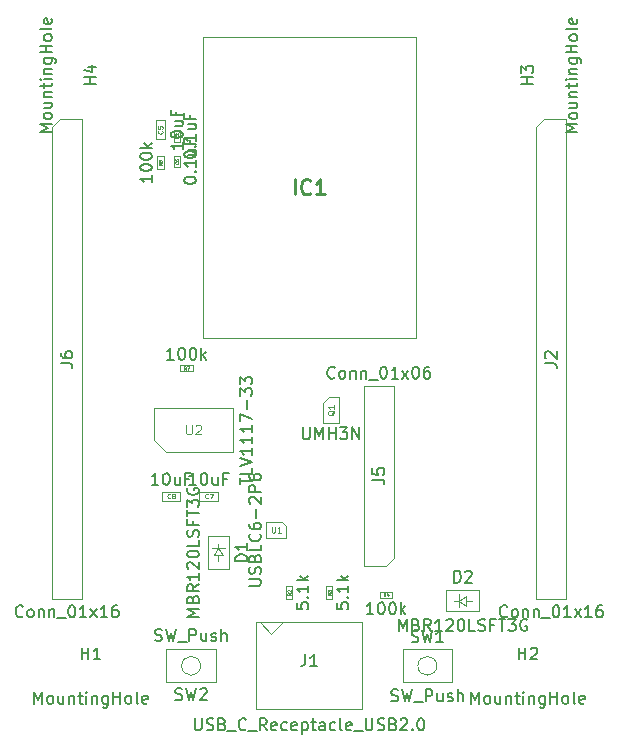
<source format=gbr>
%TF.GenerationSoftware,KiCad,Pcbnew,8.0.2*%
%TF.CreationDate,2024-06-06T14:24:50+10:00*%
%TF.ProjectId,design,64657369-676e-42e6-9b69-6361645f7063,rev?*%
%TF.SameCoordinates,Original*%
%TF.FileFunction,AssemblyDrawing,Top*%
%FSLAX46Y46*%
G04 Gerber Fmt 4.6, Leading zero omitted, Abs format (unit mm)*
G04 Created by KiCad (PCBNEW 8.0.2) date 2024-06-06 14:24:50*
%MOMM*%
%LPD*%
G01*
G04 APERTURE LIST*
%ADD10C,0.254000*%
%ADD11C,0.150000*%
%ADD12C,0.075000*%
%ADD13C,0.120000*%
%ADD14C,0.060000*%
%ADD15C,0.040000*%
%ADD16C,0.100000*%
G04 APERTURE END LIST*
D10*
X71260237Y-69074318D02*
X71260237Y-67804318D01*
X72590714Y-68953365D02*
X72530238Y-69013842D01*
X72530238Y-69013842D02*
X72348809Y-69074318D01*
X72348809Y-69074318D02*
X72227857Y-69074318D01*
X72227857Y-69074318D02*
X72046428Y-69013842D01*
X72046428Y-69013842D02*
X71925476Y-68892889D01*
X71925476Y-68892889D02*
X71864999Y-68771937D01*
X71864999Y-68771937D02*
X71804523Y-68530032D01*
X71804523Y-68530032D02*
X71804523Y-68348603D01*
X71804523Y-68348603D02*
X71864999Y-68106699D01*
X71864999Y-68106699D02*
X71925476Y-67985746D01*
X71925476Y-67985746D02*
X72046428Y-67864794D01*
X72046428Y-67864794D02*
X72227857Y-67804318D01*
X72227857Y-67804318D02*
X72348809Y-67804318D01*
X72348809Y-67804318D02*
X72530238Y-67864794D01*
X72530238Y-67864794D02*
X72590714Y-67925270D01*
X73800238Y-69074318D02*
X73074523Y-69074318D01*
X73437380Y-69074318D02*
X73437380Y-67804318D01*
X73437380Y-67804318D02*
X73316428Y-67985746D01*
X73316428Y-67985746D02*
X73195476Y-68106699D01*
X73195476Y-68106699D02*
X73074523Y-68167175D01*
D11*
X62809523Y-113454819D02*
X62809523Y-114264342D01*
X62809523Y-114264342D02*
X62857142Y-114359580D01*
X62857142Y-114359580D02*
X62904761Y-114407200D01*
X62904761Y-114407200D02*
X62999999Y-114454819D01*
X62999999Y-114454819D02*
X63190475Y-114454819D01*
X63190475Y-114454819D02*
X63285713Y-114407200D01*
X63285713Y-114407200D02*
X63333332Y-114359580D01*
X63333332Y-114359580D02*
X63380951Y-114264342D01*
X63380951Y-114264342D02*
X63380951Y-113454819D01*
X63809523Y-114407200D02*
X63952380Y-114454819D01*
X63952380Y-114454819D02*
X64190475Y-114454819D01*
X64190475Y-114454819D02*
X64285713Y-114407200D01*
X64285713Y-114407200D02*
X64333332Y-114359580D01*
X64333332Y-114359580D02*
X64380951Y-114264342D01*
X64380951Y-114264342D02*
X64380951Y-114169104D01*
X64380951Y-114169104D02*
X64333332Y-114073866D01*
X64333332Y-114073866D02*
X64285713Y-114026247D01*
X64285713Y-114026247D02*
X64190475Y-113978628D01*
X64190475Y-113978628D02*
X63999999Y-113931009D01*
X63999999Y-113931009D02*
X63904761Y-113883390D01*
X63904761Y-113883390D02*
X63857142Y-113835771D01*
X63857142Y-113835771D02*
X63809523Y-113740533D01*
X63809523Y-113740533D02*
X63809523Y-113645295D01*
X63809523Y-113645295D02*
X63857142Y-113550057D01*
X63857142Y-113550057D02*
X63904761Y-113502438D01*
X63904761Y-113502438D02*
X63999999Y-113454819D01*
X63999999Y-113454819D02*
X64238094Y-113454819D01*
X64238094Y-113454819D02*
X64380951Y-113502438D01*
X65142856Y-113931009D02*
X65285713Y-113978628D01*
X65285713Y-113978628D02*
X65333332Y-114026247D01*
X65333332Y-114026247D02*
X65380951Y-114121485D01*
X65380951Y-114121485D02*
X65380951Y-114264342D01*
X65380951Y-114264342D02*
X65333332Y-114359580D01*
X65333332Y-114359580D02*
X65285713Y-114407200D01*
X65285713Y-114407200D02*
X65190475Y-114454819D01*
X65190475Y-114454819D02*
X64809523Y-114454819D01*
X64809523Y-114454819D02*
X64809523Y-113454819D01*
X64809523Y-113454819D02*
X65142856Y-113454819D01*
X65142856Y-113454819D02*
X65238094Y-113502438D01*
X65238094Y-113502438D02*
X65285713Y-113550057D01*
X65285713Y-113550057D02*
X65333332Y-113645295D01*
X65333332Y-113645295D02*
X65333332Y-113740533D01*
X65333332Y-113740533D02*
X65285713Y-113835771D01*
X65285713Y-113835771D02*
X65238094Y-113883390D01*
X65238094Y-113883390D02*
X65142856Y-113931009D01*
X65142856Y-113931009D02*
X64809523Y-113931009D01*
X65571428Y-114550057D02*
X66333332Y-114550057D01*
X67142856Y-114359580D02*
X67095237Y-114407200D01*
X67095237Y-114407200D02*
X66952380Y-114454819D01*
X66952380Y-114454819D02*
X66857142Y-114454819D01*
X66857142Y-114454819D02*
X66714285Y-114407200D01*
X66714285Y-114407200D02*
X66619047Y-114311961D01*
X66619047Y-114311961D02*
X66571428Y-114216723D01*
X66571428Y-114216723D02*
X66523809Y-114026247D01*
X66523809Y-114026247D02*
X66523809Y-113883390D01*
X66523809Y-113883390D02*
X66571428Y-113692914D01*
X66571428Y-113692914D02*
X66619047Y-113597676D01*
X66619047Y-113597676D02*
X66714285Y-113502438D01*
X66714285Y-113502438D02*
X66857142Y-113454819D01*
X66857142Y-113454819D02*
X66952380Y-113454819D01*
X66952380Y-113454819D02*
X67095237Y-113502438D01*
X67095237Y-113502438D02*
X67142856Y-113550057D01*
X67333333Y-114550057D02*
X68095237Y-114550057D01*
X68904761Y-114454819D02*
X68571428Y-113978628D01*
X68333333Y-114454819D02*
X68333333Y-113454819D01*
X68333333Y-113454819D02*
X68714285Y-113454819D01*
X68714285Y-113454819D02*
X68809523Y-113502438D01*
X68809523Y-113502438D02*
X68857142Y-113550057D01*
X68857142Y-113550057D02*
X68904761Y-113645295D01*
X68904761Y-113645295D02*
X68904761Y-113788152D01*
X68904761Y-113788152D02*
X68857142Y-113883390D01*
X68857142Y-113883390D02*
X68809523Y-113931009D01*
X68809523Y-113931009D02*
X68714285Y-113978628D01*
X68714285Y-113978628D02*
X68333333Y-113978628D01*
X69714285Y-114407200D02*
X69619047Y-114454819D01*
X69619047Y-114454819D02*
X69428571Y-114454819D01*
X69428571Y-114454819D02*
X69333333Y-114407200D01*
X69333333Y-114407200D02*
X69285714Y-114311961D01*
X69285714Y-114311961D02*
X69285714Y-113931009D01*
X69285714Y-113931009D02*
X69333333Y-113835771D01*
X69333333Y-113835771D02*
X69428571Y-113788152D01*
X69428571Y-113788152D02*
X69619047Y-113788152D01*
X69619047Y-113788152D02*
X69714285Y-113835771D01*
X69714285Y-113835771D02*
X69761904Y-113931009D01*
X69761904Y-113931009D02*
X69761904Y-114026247D01*
X69761904Y-114026247D02*
X69285714Y-114121485D01*
X70619047Y-114407200D02*
X70523809Y-114454819D01*
X70523809Y-114454819D02*
X70333333Y-114454819D01*
X70333333Y-114454819D02*
X70238095Y-114407200D01*
X70238095Y-114407200D02*
X70190476Y-114359580D01*
X70190476Y-114359580D02*
X70142857Y-114264342D01*
X70142857Y-114264342D02*
X70142857Y-113978628D01*
X70142857Y-113978628D02*
X70190476Y-113883390D01*
X70190476Y-113883390D02*
X70238095Y-113835771D01*
X70238095Y-113835771D02*
X70333333Y-113788152D01*
X70333333Y-113788152D02*
X70523809Y-113788152D01*
X70523809Y-113788152D02*
X70619047Y-113835771D01*
X71428571Y-114407200D02*
X71333333Y-114454819D01*
X71333333Y-114454819D02*
X71142857Y-114454819D01*
X71142857Y-114454819D02*
X71047619Y-114407200D01*
X71047619Y-114407200D02*
X71000000Y-114311961D01*
X71000000Y-114311961D02*
X71000000Y-113931009D01*
X71000000Y-113931009D02*
X71047619Y-113835771D01*
X71047619Y-113835771D02*
X71142857Y-113788152D01*
X71142857Y-113788152D02*
X71333333Y-113788152D01*
X71333333Y-113788152D02*
X71428571Y-113835771D01*
X71428571Y-113835771D02*
X71476190Y-113931009D01*
X71476190Y-113931009D02*
X71476190Y-114026247D01*
X71476190Y-114026247D02*
X71000000Y-114121485D01*
X71904762Y-113788152D02*
X71904762Y-114788152D01*
X71904762Y-113835771D02*
X72000000Y-113788152D01*
X72000000Y-113788152D02*
X72190476Y-113788152D01*
X72190476Y-113788152D02*
X72285714Y-113835771D01*
X72285714Y-113835771D02*
X72333333Y-113883390D01*
X72333333Y-113883390D02*
X72380952Y-113978628D01*
X72380952Y-113978628D02*
X72380952Y-114264342D01*
X72380952Y-114264342D02*
X72333333Y-114359580D01*
X72333333Y-114359580D02*
X72285714Y-114407200D01*
X72285714Y-114407200D02*
X72190476Y-114454819D01*
X72190476Y-114454819D02*
X72000000Y-114454819D01*
X72000000Y-114454819D02*
X71904762Y-114407200D01*
X72666667Y-113788152D02*
X73047619Y-113788152D01*
X72809524Y-113454819D02*
X72809524Y-114311961D01*
X72809524Y-114311961D02*
X72857143Y-114407200D01*
X72857143Y-114407200D02*
X72952381Y-114454819D01*
X72952381Y-114454819D02*
X73047619Y-114454819D01*
X73809524Y-114454819D02*
X73809524Y-113931009D01*
X73809524Y-113931009D02*
X73761905Y-113835771D01*
X73761905Y-113835771D02*
X73666667Y-113788152D01*
X73666667Y-113788152D02*
X73476191Y-113788152D01*
X73476191Y-113788152D02*
X73380953Y-113835771D01*
X73809524Y-114407200D02*
X73714286Y-114454819D01*
X73714286Y-114454819D02*
X73476191Y-114454819D01*
X73476191Y-114454819D02*
X73380953Y-114407200D01*
X73380953Y-114407200D02*
X73333334Y-114311961D01*
X73333334Y-114311961D02*
X73333334Y-114216723D01*
X73333334Y-114216723D02*
X73380953Y-114121485D01*
X73380953Y-114121485D02*
X73476191Y-114073866D01*
X73476191Y-114073866D02*
X73714286Y-114073866D01*
X73714286Y-114073866D02*
X73809524Y-114026247D01*
X74714286Y-114407200D02*
X74619048Y-114454819D01*
X74619048Y-114454819D02*
X74428572Y-114454819D01*
X74428572Y-114454819D02*
X74333334Y-114407200D01*
X74333334Y-114407200D02*
X74285715Y-114359580D01*
X74285715Y-114359580D02*
X74238096Y-114264342D01*
X74238096Y-114264342D02*
X74238096Y-113978628D01*
X74238096Y-113978628D02*
X74285715Y-113883390D01*
X74285715Y-113883390D02*
X74333334Y-113835771D01*
X74333334Y-113835771D02*
X74428572Y-113788152D01*
X74428572Y-113788152D02*
X74619048Y-113788152D01*
X74619048Y-113788152D02*
X74714286Y-113835771D01*
X75285715Y-114454819D02*
X75190477Y-114407200D01*
X75190477Y-114407200D02*
X75142858Y-114311961D01*
X75142858Y-114311961D02*
X75142858Y-113454819D01*
X76047620Y-114407200D02*
X75952382Y-114454819D01*
X75952382Y-114454819D02*
X75761906Y-114454819D01*
X75761906Y-114454819D02*
X75666668Y-114407200D01*
X75666668Y-114407200D02*
X75619049Y-114311961D01*
X75619049Y-114311961D02*
X75619049Y-113931009D01*
X75619049Y-113931009D02*
X75666668Y-113835771D01*
X75666668Y-113835771D02*
X75761906Y-113788152D01*
X75761906Y-113788152D02*
X75952382Y-113788152D01*
X75952382Y-113788152D02*
X76047620Y-113835771D01*
X76047620Y-113835771D02*
X76095239Y-113931009D01*
X76095239Y-113931009D02*
X76095239Y-114026247D01*
X76095239Y-114026247D02*
X75619049Y-114121485D01*
X76285716Y-114550057D02*
X77047620Y-114550057D01*
X77285716Y-113454819D02*
X77285716Y-114264342D01*
X77285716Y-114264342D02*
X77333335Y-114359580D01*
X77333335Y-114359580D02*
X77380954Y-114407200D01*
X77380954Y-114407200D02*
X77476192Y-114454819D01*
X77476192Y-114454819D02*
X77666668Y-114454819D01*
X77666668Y-114454819D02*
X77761906Y-114407200D01*
X77761906Y-114407200D02*
X77809525Y-114359580D01*
X77809525Y-114359580D02*
X77857144Y-114264342D01*
X77857144Y-114264342D02*
X77857144Y-113454819D01*
X78285716Y-114407200D02*
X78428573Y-114454819D01*
X78428573Y-114454819D02*
X78666668Y-114454819D01*
X78666668Y-114454819D02*
X78761906Y-114407200D01*
X78761906Y-114407200D02*
X78809525Y-114359580D01*
X78809525Y-114359580D02*
X78857144Y-114264342D01*
X78857144Y-114264342D02*
X78857144Y-114169104D01*
X78857144Y-114169104D02*
X78809525Y-114073866D01*
X78809525Y-114073866D02*
X78761906Y-114026247D01*
X78761906Y-114026247D02*
X78666668Y-113978628D01*
X78666668Y-113978628D02*
X78476192Y-113931009D01*
X78476192Y-113931009D02*
X78380954Y-113883390D01*
X78380954Y-113883390D02*
X78333335Y-113835771D01*
X78333335Y-113835771D02*
X78285716Y-113740533D01*
X78285716Y-113740533D02*
X78285716Y-113645295D01*
X78285716Y-113645295D02*
X78333335Y-113550057D01*
X78333335Y-113550057D02*
X78380954Y-113502438D01*
X78380954Y-113502438D02*
X78476192Y-113454819D01*
X78476192Y-113454819D02*
X78714287Y-113454819D01*
X78714287Y-113454819D02*
X78857144Y-113502438D01*
X79619049Y-113931009D02*
X79761906Y-113978628D01*
X79761906Y-113978628D02*
X79809525Y-114026247D01*
X79809525Y-114026247D02*
X79857144Y-114121485D01*
X79857144Y-114121485D02*
X79857144Y-114264342D01*
X79857144Y-114264342D02*
X79809525Y-114359580D01*
X79809525Y-114359580D02*
X79761906Y-114407200D01*
X79761906Y-114407200D02*
X79666668Y-114454819D01*
X79666668Y-114454819D02*
X79285716Y-114454819D01*
X79285716Y-114454819D02*
X79285716Y-113454819D01*
X79285716Y-113454819D02*
X79619049Y-113454819D01*
X79619049Y-113454819D02*
X79714287Y-113502438D01*
X79714287Y-113502438D02*
X79761906Y-113550057D01*
X79761906Y-113550057D02*
X79809525Y-113645295D01*
X79809525Y-113645295D02*
X79809525Y-113740533D01*
X79809525Y-113740533D02*
X79761906Y-113835771D01*
X79761906Y-113835771D02*
X79714287Y-113883390D01*
X79714287Y-113883390D02*
X79619049Y-113931009D01*
X79619049Y-113931009D02*
X79285716Y-113931009D01*
X80238097Y-113550057D02*
X80285716Y-113502438D01*
X80285716Y-113502438D02*
X80380954Y-113454819D01*
X80380954Y-113454819D02*
X80619049Y-113454819D01*
X80619049Y-113454819D02*
X80714287Y-113502438D01*
X80714287Y-113502438D02*
X80761906Y-113550057D01*
X80761906Y-113550057D02*
X80809525Y-113645295D01*
X80809525Y-113645295D02*
X80809525Y-113740533D01*
X80809525Y-113740533D02*
X80761906Y-113883390D01*
X80761906Y-113883390D02*
X80190478Y-114454819D01*
X80190478Y-114454819D02*
X80809525Y-114454819D01*
X81238097Y-114359580D02*
X81285716Y-114407200D01*
X81285716Y-114407200D02*
X81238097Y-114454819D01*
X81238097Y-114454819D02*
X81190478Y-114407200D01*
X81190478Y-114407200D02*
X81238097Y-114359580D01*
X81238097Y-114359580D02*
X81238097Y-114454819D01*
X81904763Y-113454819D02*
X82000001Y-113454819D01*
X82000001Y-113454819D02*
X82095239Y-113502438D01*
X82095239Y-113502438D02*
X82142858Y-113550057D01*
X82142858Y-113550057D02*
X82190477Y-113645295D01*
X82190477Y-113645295D02*
X82238096Y-113835771D01*
X82238096Y-113835771D02*
X82238096Y-114073866D01*
X82238096Y-114073866D02*
X82190477Y-114264342D01*
X82190477Y-114264342D02*
X82142858Y-114359580D01*
X82142858Y-114359580D02*
X82095239Y-114407200D01*
X82095239Y-114407200D02*
X82000001Y-114454819D01*
X82000001Y-114454819D02*
X81904763Y-114454819D01*
X81904763Y-114454819D02*
X81809525Y-114407200D01*
X81809525Y-114407200D02*
X81761906Y-114359580D01*
X81761906Y-114359580D02*
X81714287Y-114264342D01*
X81714287Y-114264342D02*
X81666668Y-114073866D01*
X81666668Y-114073866D02*
X81666668Y-113835771D01*
X81666668Y-113835771D02*
X81714287Y-113645295D01*
X81714287Y-113645295D02*
X81761906Y-113550057D01*
X81761906Y-113550057D02*
X81809525Y-113502438D01*
X81809525Y-113502438D02*
X81904763Y-113454819D01*
X72166666Y-108019819D02*
X72166666Y-108734104D01*
X72166666Y-108734104D02*
X72119047Y-108876961D01*
X72119047Y-108876961D02*
X72023809Y-108972200D01*
X72023809Y-108972200D02*
X71880952Y-109019819D01*
X71880952Y-109019819D02*
X71785714Y-109019819D01*
X73166666Y-109019819D02*
X72595238Y-109019819D01*
X72880952Y-109019819D02*
X72880952Y-108019819D01*
X72880952Y-108019819D02*
X72785714Y-108162676D01*
X72785714Y-108162676D02*
X72690476Y-108257914D01*
X72690476Y-108257914D02*
X72595238Y-108305533D01*
X80071428Y-106054819D02*
X80071428Y-105054819D01*
X80071428Y-105054819D02*
X80404761Y-105769104D01*
X80404761Y-105769104D02*
X80738094Y-105054819D01*
X80738094Y-105054819D02*
X80738094Y-106054819D01*
X81547618Y-105531009D02*
X81690475Y-105578628D01*
X81690475Y-105578628D02*
X81738094Y-105626247D01*
X81738094Y-105626247D02*
X81785713Y-105721485D01*
X81785713Y-105721485D02*
X81785713Y-105864342D01*
X81785713Y-105864342D02*
X81738094Y-105959580D01*
X81738094Y-105959580D02*
X81690475Y-106007200D01*
X81690475Y-106007200D02*
X81595237Y-106054819D01*
X81595237Y-106054819D02*
X81214285Y-106054819D01*
X81214285Y-106054819D02*
X81214285Y-105054819D01*
X81214285Y-105054819D02*
X81547618Y-105054819D01*
X81547618Y-105054819D02*
X81642856Y-105102438D01*
X81642856Y-105102438D02*
X81690475Y-105150057D01*
X81690475Y-105150057D02*
X81738094Y-105245295D01*
X81738094Y-105245295D02*
X81738094Y-105340533D01*
X81738094Y-105340533D02*
X81690475Y-105435771D01*
X81690475Y-105435771D02*
X81642856Y-105483390D01*
X81642856Y-105483390D02*
X81547618Y-105531009D01*
X81547618Y-105531009D02*
X81214285Y-105531009D01*
X82785713Y-106054819D02*
X82452380Y-105578628D01*
X82214285Y-106054819D02*
X82214285Y-105054819D01*
X82214285Y-105054819D02*
X82595237Y-105054819D01*
X82595237Y-105054819D02*
X82690475Y-105102438D01*
X82690475Y-105102438D02*
X82738094Y-105150057D01*
X82738094Y-105150057D02*
X82785713Y-105245295D01*
X82785713Y-105245295D02*
X82785713Y-105388152D01*
X82785713Y-105388152D02*
X82738094Y-105483390D01*
X82738094Y-105483390D02*
X82690475Y-105531009D01*
X82690475Y-105531009D02*
X82595237Y-105578628D01*
X82595237Y-105578628D02*
X82214285Y-105578628D01*
X83738094Y-106054819D02*
X83166666Y-106054819D01*
X83452380Y-106054819D02*
X83452380Y-105054819D01*
X83452380Y-105054819D02*
X83357142Y-105197676D01*
X83357142Y-105197676D02*
X83261904Y-105292914D01*
X83261904Y-105292914D02*
X83166666Y-105340533D01*
X84119047Y-105150057D02*
X84166666Y-105102438D01*
X84166666Y-105102438D02*
X84261904Y-105054819D01*
X84261904Y-105054819D02*
X84499999Y-105054819D01*
X84499999Y-105054819D02*
X84595237Y-105102438D01*
X84595237Y-105102438D02*
X84642856Y-105150057D01*
X84642856Y-105150057D02*
X84690475Y-105245295D01*
X84690475Y-105245295D02*
X84690475Y-105340533D01*
X84690475Y-105340533D02*
X84642856Y-105483390D01*
X84642856Y-105483390D02*
X84071428Y-106054819D01*
X84071428Y-106054819D02*
X84690475Y-106054819D01*
X85309523Y-105054819D02*
X85404761Y-105054819D01*
X85404761Y-105054819D02*
X85499999Y-105102438D01*
X85499999Y-105102438D02*
X85547618Y-105150057D01*
X85547618Y-105150057D02*
X85595237Y-105245295D01*
X85595237Y-105245295D02*
X85642856Y-105435771D01*
X85642856Y-105435771D02*
X85642856Y-105673866D01*
X85642856Y-105673866D02*
X85595237Y-105864342D01*
X85595237Y-105864342D02*
X85547618Y-105959580D01*
X85547618Y-105959580D02*
X85499999Y-106007200D01*
X85499999Y-106007200D02*
X85404761Y-106054819D01*
X85404761Y-106054819D02*
X85309523Y-106054819D01*
X85309523Y-106054819D02*
X85214285Y-106007200D01*
X85214285Y-106007200D02*
X85166666Y-105959580D01*
X85166666Y-105959580D02*
X85119047Y-105864342D01*
X85119047Y-105864342D02*
X85071428Y-105673866D01*
X85071428Y-105673866D02*
X85071428Y-105435771D01*
X85071428Y-105435771D02*
X85119047Y-105245295D01*
X85119047Y-105245295D02*
X85166666Y-105150057D01*
X85166666Y-105150057D02*
X85214285Y-105102438D01*
X85214285Y-105102438D02*
X85309523Y-105054819D01*
X86547618Y-106054819D02*
X86071428Y-106054819D01*
X86071428Y-106054819D02*
X86071428Y-105054819D01*
X86833333Y-106007200D02*
X86976190Y-106054819D01*
X86976190Y-106054819D02*
X87214285Y-106054819D01*
X87214285Y-106054819D02*
X87309523Y-106007200D01*
X87309523Y-106007200D02*
X87357142Y-105959580D01*
X87357142Y-105959580D02*
X87404761Y-105864342D01*
X87404761Y-105864342D02*
X87404761Y-105769104D01*
X87404761Y-105769104D02*
X87357142Y-105673866D01*
X87357142Y-105673866D02*
X87309523Y-105626247D01*
X87309523Y-105626247D02*
X87214285Y-105578628D01*
X87214285Y-105578628D02*
X87023809Y-105531009D01*
X87023809Y-105531009D02*
X86928571Y-105483390D01*
X86928571Y-105483390D02*
X86880952Y-105435771D01*
X86880952Y-105435771D02*
X86833333Y-105340533D01*
X86833333Y-105340533D02*
X86833333Y-105245295D01*
X86833333Y-105245295D02*
X86880952Y-105150057D01*
X86880952Y-105150057D02*
X86928571Y-105102438D01*
X86928571Y-105102438D02*
X87023809Y-105054819D01*
X87023809Y-105054819D02*
X87261904Y-105054819D01*
X87261904Y-105054819D02*
X87404761Y-105102438D01*
X88166666Y-105531009D02*
X87833333Y-105531009D01*
X87833333Y-106054819D02*
X87833333Y-105054819D01*
X87833333Y-105054819D02*
X88309523Y-105054819D01*
X88547619Y-105054819D02*
X89119047Y-105054819D01*
X88833333Y-106054819D02*
X88833333Y-105054819D01*
X89357143Y-105054819D02*
X89976190Y-105054819D01*
X89976190Y-105054819D02*
X89642857Y-105435771D01*
X89642857Y-105435771D02*
X89785714Y-105435771D01*
X89785714Y-105435771D02*
X89880952Y-105483390D01*
X89880952Y-105483390D02*
X89928571Y-105531009D01*
X89928571Y-105531009D02*
X89976190Y-105626247D01*
X89976190Y-105626247D02*
X89976190Y-105864342D01*
X89976190Y-105864342D02*
X89928571Y-105959580D01*
X89928571Y-105959580D02*
X89880952Y-106007200D01*
X89880952Y-106007200D02*
X89785714Y-106054819D01*
X89785714Y-106054819D02*
X89500000Y-106054819D01*
X89500000Y-106054819D02*
X89404762Y-106007200D01*
X89404762Y-106007200D02*
X89357143Y-105959580D01*
X90928571Y-105102438D02*
X90833333Y-105054819D01*
X90833333Y-105054819D02*
X90690476Y-105054819D01*
X90690476Y-105054819D02*
X90547619Y-105102438D01*
X90547619Y-105102438D02*
X90452381Y-105197676D01*
X90452381Y-105197676D02*
X90404762Y-105292914D01*
X90404762Y-105292914D02*
X90357143Y-105483390D01*
X90357143Y-105483390D02*
X90357143Y-105626247D01*
X90357143Y-105626247D02*
X90404762Y-105816723D01*
X90404762Y-105816723D02*
X90452381Y-105911961D01*
X90452381Y-105911961D02*
X90547619Y-106007200D01*
X90547619Y-106007200D02*
X90690476Y-106054819D01*
X90690476Y-106054819D02*
X90785714Y-106054819D01*
X90785714Y-106054819D02*
X90928571Y-106007200D01*
X90928571Y-106007200D02*
X90976190Y-105959580D01*
X90976190Y-105959580D02*
X90976190Y-105626247D01*
X90976190Y-105626247D02*
X90785714Y-105626247D01*
X84761905Y-101954819D02*
X84761905Y-100954819D01*
X84761905Y-100954819D02*
X85000000Y-100954819D01*
X85000000Y-100954819D02*
X85142857Y-101002438D01*
X85142857Y-101002438D02*
X85238095Y-101097676D01*
X85238095Y-101097676D02*
X85285714Y-101192914D01*
X85285714Y-101192914D02*
X85333333Y-101383390D01*
X85333333Y-101383390D02*
X85333333Y-101526247D01*
X85333333Y-101526247D02*
X85285714Y-101716723D01*
X85285714Y-101716723D02*
X85238095Y-101811961D01*
X85238095Y-101811961D02*
X85142857Y-101907200D01*
X85142857Y-101907200D02*
X85000000Y-101954819D01*
X85000000Y-101954819D02*
X84761905Y-101954819D01*
X85714286Y-101050057D02*
X85761905Y-101002438D01*
X85761905Y-101002438D02*
X85857143Y-100954819D01*
X85857143Y-100954819D02*
X86095238Y-100954819D01*
X86095238Y-100954819D02*
X86190476Y-101002438D01*
X86190476Y-101002438D02*
X86238095Y-101050057D01*
X86238095Y-101050057D02*
X86285714Y-101145295D01*
X86285714Y-101145295D02*
X86285714Y-101240533D01*
X86285714Y-101240533D02*
X86238095Y-101383390D01*
X86238095Y-101383390D02*
X85666667Y-101954819D01*
X85666667Y-101954819D02*
X86285714Y-101954819D01*
X71969048Y-88804819D02*
X71969048Y-89614342D01*
X71969048Y-89614342D02*
X72016667Y-89709580D01*
X72016667Y-89709580D02*
X72064286Y-89757200D01*
X72064286Y-89757200D02*
X72159524Y-89804819D01*
X72159524Y-89804819D02*
X72350000Y-89804819D01*
X72350000Y-89804819D02*
X72445238Y-89757200D01*
X72445238Y-89757200D02*
X72492857Y-89709580D01*
X72492857Y-89709580D02*
X72540476Y-89614342D01*
X72540476Y-89614342D02*
X72540476Y-88804819D01*
X73016667Y-89804819D02*
X73016667Y-88804819D01*
X73016667Y-88804819D02*
X73350000Y-89519104D01*
X73350000Y-89519104D02*
X73683333Y-88804819D01*
X73683333Y-88804819D02*
X73683333Y-89804819D01*
X74159524Y-89804819D02*
X74159524Y-88804819D01*
X74159524Y-89281009D02*
X74730952Y-89281009D01*
X74730952Y-89804819D02*
X74730952Y-88804819D01*
X75111905Y-88804819D02*
X75730952Y-88804819D01*
X75730952Y-88804819D02*
X75397619Y-89185771D01*
X75397619Y-89185771D02*
X75540476Y-89185771D01*
X75540476Y-89185771D02*
X75635714Y-89233390D01*
X75635714Y-89233390D02*
X75683333Y-89281009D01*
X75683333Y-89281009D02*
X75730952Y-89376247D01*
X75730952Y-89376247D02*
X75730952Y-89614342D01*
X75730952Y-89614342D02*
X75683333Y-89709580D01*
X75683333Y-89709580D02*
X75635714Y-89757200D01*
X75635714Y-89757200D02*
X75540476Y-89804819D01*
X75540476Y-89804819D02*
X75254762Y-89804819D01*
X75254762Y-89804819D02*
X75159524Y-89757200D01*
X75159524Y-89757200D02*
X75111905Y-89709580D01*
X76159524Y-89804819D02*
X76159524Y-88804819D01*
X76159524Y-88804819D02*
X76730952Y-89804819D01*
X76730952Y-89804819D02*
X76730952Y-88804819D01*
D12*
X74625028Y-87397619D02*
X74601219Y-87445238D01*
X74601219Y-87445238D02*
X74553600Y-87492857D01*
X74553600Y-87492857D02*
X74482171Y-87564285D01*
X74482171Y-87564285D02*
X74458361Y-87611904D01*
X74458361Y-87611904D02*
X74458361Y-87659523D01*
X74577409Y-87635714D02*
X74553600Y-87683333D01*
X74553600Y-87683333D02*
X74505980Y-87730952D01*
X74505980Y-87730952D02*
X74410742Y-87754761D01*
X74410742Y-87754761D02*
X74244076Y-87754761D01*
X74244076Y-87754761D02*
X74148838Y-87730952D01*
X74148838Y-87730952D02*
X74101219Y-87683333D01*
X74101219Y-87683333D02*
X74077409Y-87635714D01*
X74077409Y-87635714D02*
X74077409Y-87540476D01*
X74077409Y-87540476D02*
X74101219Y-87492857D01*
X74101219Y-87492857D02*
X74148838Y-87445238D01*
X74148838Y-87445238D02*
X74244076Y-87421428D01*
X74244076Y-87421428D02*
X74410742Y-87421428D01*
X74410742Y-87421428D02*
X74505980Y-87445238D01*
X74505980Y-87445238D02*
X74553600Y-87492857D01*
X74553600Y-87492857D02*
X74577409Y-87540476D01*
X74577409Y-87540476D02*
X74577409Y-87635714D01*
X74577409Y-86945237D02*
X74577409Y-87230951D01*
X74577409Y-87088094D02*
X74077409Y-87088094D01*
X74077409Y-87088094D02*
X74148838Y-87135713D01*
X74148838Y-87135713D02*
X74196457Y-87183332D01*
X74196457Y-87183332D02*
X74220266Y-87230951D01*
D11*
X86214285Y-112204819D02*
X86214285Y-111204819D01*
X86214285Y-111204819D02*
X86547618Y-111919104D01*
X86547618Y-111919104D02*
X86880951Y-111204819D01*
X86880951Y-111204819D02*
X86880951Y-112204819D01*
X87499999Y-112204819D02*
X87404761Y-112157200D01*
X87404761Y-112157200D02*
X87357142Y-112109580D01*
X87357142Y-112109580D02*
X87309523Y-112014342D01*
X87309523Y-112014342D02*
X87309523Y-111728628D01*
X87309523Y-111728628D02*
X87357142Y-111633390D01*
X87357142Y-111633390D02*
X87404761Y-111585771D01*
X87404761Y-111585771D02*
X87499999Y-111538152D01*
X87499999Y-111538152D02*
X87642856Y-111538152D01*
X87642856Y-111538152D02*
X87738094Y-111585771D01*
X87738094Y-111585771D02*
X87785713Y-111633390D01*
X87785713Y-111633390D02*
X87833332Y-111728628D01*
X87833332Y-111728628D02*
X87833332Y-112014342D01*
X87833332Y-112014342D02*
X87785713Y-112109580D01*
X87785713Y-112109580D02*
X87738094Y-112157200D01*
X87738094Y-112157200D02*
X87642856Y-112204819D01*
X87642856Y-112204819D02*
X87499999Y-112204819D01*
X88690475Y-111538152D02*
X88690475Y-112204819D01*
X88261904Y-111538152D02*
X88261904Y-112061961D01*
X88261904Y-112061961D02*
X88309523Y-112157200D01*
X88309523Y-112157200D02*
X88404761Y-112204819D01*
X88404761Y-112204819D02*
X88547618Y-112204819D01*
X88547618Y-112204819D02*
X88642856Y-112157200D01*
X88642856Y-112157200D02*
X88690475Y-112109580D01*
X89166666Y-111538152D02*
X89166666Y-112204819D01*
X89166666Y-111633390D02*
X89214285Y-111585771D01*
X89214285Y-111585771D02*
X89309523Y-111538152D01*
X89309523Y-111538152D02*
X89452380Y-111538152D01*
X89452380Y-111538152D02*
X89547618Y-111585771D01*
X89547618Y-111585771D02*
X89595237Y-111681009D01*
X89595237Y-111681009D02*
X89595237Y-112204819D01*
X89928571Y-111538152D02*
X90309523Y-111538152D01*
X90071428Y-111204819D02*
X90071428Y-112061961D01*
X90071428Y-112061961D02*
X90119047Y-112157200D01*
X90119047Y-112157200D02*
X90214285Y-112204819D01*
X90214285Y-112204819D02*
X90309523Y-112204819D01*
X90642857Y-112204819D02*
X90642857Y-111538152D01*
X90642857Y-111204819D02*
X90595238Y-111252438D01*
X90595238Y-111252438D02*
X90642857Y-111300057D01*
X90642857Y-111300057D02*
X90690476Y-111252438D01*
X90690476Y-111252438D02*
X90642857Y-111204819D01*
X90642857Y-111204819D02*
X90642857Y-111300057D01*
X91119047Y-111538152D02*
X91119047Y-112204819D01*
X91119047Y-111633390D02*
X91166666Y-111585771D01*
X91166666Y-111585771D02*
X91261904Y-111538152D01*
X91261904Y-111538152D02*
X91404761Y-111538152D01*
X91404761Y-111538152D02*
X91499999Y-111585771D01*
X91499999Y-111585771D02*
X91547618Y-111681009D01*
X91547618Y-111681009D02*
X91547618Y-112204819D01*
X92452380Y-111538152D02*
X92452380Y-112347676D01*
X92452380Y-112347676D02*
X92404761Y-112442914D01*
X92404761Y-112442914D02*
X92357142Y-112490533D01*
X92357142Y-112490533D02*
X92261904Y-112538152D01*
X92261904Y-112538152D02*
X92119047Y-112538152D01*
X92119047Y-112538152D02*
X92023809Y-112490533D01*
X92452380Y-112157200D02*
X92357142Y-112204819D01*
X92357142Y-112204819D02*
X92166666Y-112204819D01*
X92166666Y-112204819D02*
X92071428Y-112157200D01*
X92071428Y-112157200D02*
X92023809Y-112109580D01*
X92023809Y-112109580D02*
X91976190Y-112014342D01*
X91976190Y-112014342D02*
X91976190Y-111728628D01*
X91976190Y-111728628D02*
X92023809Y-111633390D01*
X92023809Y-111633390D02*
X92071428Y-111585771D01*
X92071428Y-111585771D02*
X92166666Y-111538152D01*
X92166666Y-111538152D02*
X92357142Y-111538152D01*
X92357142Y-111538152D02*
X92452380Y-111585771D01*
X92928571Y-112204819D02*
X92928571Y-111204819D01*
X92928571Y-111681009D02*
X93499999Y-111681009D01*
X93499999Y-112204819D02*
X93499999Y-111204819D01*
X94119047Y-112204819D02*
X94023809Y-112157200D01*
X94023809Y-112157200D02*
X93976190Y-112109580D01*
X93976190Y-112109580D02*
X93928571Y-112014342D01*
X93928571Y-112014342D02*
X93928571Y-111728628D01*
X93928571Y-111728628D02*
X93976190Y-111633390D01*
X93976190Y-111633390D02*
X94023809Y-111585771D01*
X94023809Y-111585771D02*
X94119047Y-111538152D01*
X94119047Y-111538152D02*
X94261904Y-111538152D01*
X94261904Y-111538152D02*
X94357142Y-111585771D01*
X94357142Y-111585771D02*
X94404761Y-111633390D01*
X94404761Y-111633390D02*
X94452380Y-111728628D01*
X94452380Y-111728628D02*
X94452380Y-112014342D01*
X94452380Y-112014342D02*
X94404761Y-112109580D01*
X94404761Y-112109580D02*
X94357142Y-112157200D01*
X94357142Y-112157200D02*
X94261904Y-112204819D01*
X94261904Y-112204819D02*
X94119047Y-112204819D01*
X95023809Y-112204819D02*
X94928571Y-112157200D01*
X94928571Y-112157200D02*
X94880952Y-112061961D01*
X94880952Y-112061961D02*
X94880952Y-111204819D01*
X95785714Y-112157200D02*
X95690476Y-112204819D01*
X95690476Y-112204819D02*
X95500000Y-112204819D01*
X95500000Y-112204819D02*
X95404762Y-112157200D01*
X95404762Y-112157200D02*
X95357143Y-112061961D01*
X95357143Y-112061961D02*
X95357143Y-111681009D01*
X95357143Y-111681009D02*
X95404762Y-111585771D01*
X95404762Y-111585771D02*
X95500000Y-111538152D01*
X95500000Y-111538152D02*
X95690476Y-111538152D01*
X95690476Y-111538152D02*
X95785714Y-111585771D01*
X95785714Y-111585771D02*
X95833333Y-111681009D01*
X95833333Y-111681009D02*
X95833333Y-111776247D01*
X95833333Y-111776247D02*
X95357143Y-111871485D01*
X90238095Y-108454819D02*
X90238095Y-107454819D01*
X90238095Y-107931009D02*
X90809523Y-107931009D01*
X90809523Y-108454819D02*
X90809523Y-107454819D01*
X91238095Y-107550057D02*
X91285714Y-107502438D01*
X91285714Y-107502438D02*
X91380952Y-107454819D01*
X91380952Y-107454819D02*
X91619047Y-107454819D01*
X91619047Y-107454819D02*
X91714285Y-107502438D01*
X91714285Y-107502438D02*
X91761904Y-107550057D01*
X91761904Y-107550057D02*
X91809523Y-107645295D01*
X91809523Y-107645295D02*
X91809523Y-107740533D01*
X91809523Y-107740533D02*
X91761904Y-107883390D01*
X91761904Y-107883390D02*
X91190476Y-108454819D01*
X91190476Y-108454819D02*
X91809523Y-108454819D01*
X66654819Y-93645237D02*
X66654819Y-93073809D01*
X67654819Y-93359523D02*
X66654819Y-93359523D01*
X67654819Y-92264285D02*
X67654819Y-92740475D01*
X67654819Y-92740475D02*
X66654819Y-92740475D01*
X66654819Y-92073808D02*
X67654819Y-91740475D01*
X67654819Y-91740475D02*
X66654819Y-91407142D01*
X67654819Y-90549999D02*
X67654819Y-91121427D01*
X67654819Y-90835713D02*
X66654819Y-90835713D01*
X66654819Y-90835713D02*
X66797676Y-90930951D01*
X66797676Y-90930951D02*
X66892914Y-91026189D01*
X66892914Y-91026189D02*
X66940533Y-91121427D01*
X67654819Y-89597618D02*
X67654819Y-90169046D01*
X67654819Y-89883332D02*
X66654819Y-89883332D01*
X66654819Y-89883332D02*
X66797676Y-89978570D01*
X66797676Y-89978570D02*
X66892914Y-90073808D01*
X66892914Y-90073808D02*
X66940533Y-90169046D01*
X67654819Y-88645237D02*
X67654819Y-89216665D01*
X67654819Y-88930951D02*
X66654819Y-88930951D01*
X66654819Y-88930951D02*
X66797676Y-89026189D01*
X66797676Y-89026189D02*
X66892914Y-89121427D01*
X66892914Y-89121427D02*
X66940533Y-89216665D01*
X66654819Y-88311903D02*
X66654819Y-87645237D01*
X66654819Y-87645237D02*
X67654819Y-88073808D01*
X67273866Y-87264284D02*
X67273866Y-86502380D01*
X66654819Y-86121427D02*
X66654819Y-85502380D01*
X66654819Y-85502380D02*
X67035771Y-85835713D01*
X67035771Y-85835713D02*
X67035771Y-85692856D01*
X67035771Y-85692856D02*
X67083390Y-85597618D01*
X67083390Y-85597618D02*
X67131009Y-85549999D01*
X67131009Y-85549999D02*
X67226247Y-85502380D01*
X67226247Y-85502380D02*
X67464342Y-85502380D01*
X67464342Y-85502380D02*
X67559580Y-85549999D01*
X67559580Y-85549999D02*
X67607200Y-85597618D01*
X67607200Y-85597618D02*
X67654819Y-85692856D01*
X67654819Y-85692856D02*
X67654819Y-85978570D01*
X67654819Y-85978570D02*
X67607200Y-86073808D01*
X67607200Y-86073808D02*
X67559580Y-86121427D01*
X66654819Y-85169046D02*
X66654819Y-84549999D01*
X66654819Y-84549999D02*
X67035771Y-84883332D01*
X67035771Y-84883332D02*
X67035771Y-84740475D01*
X67035771Y-84740475D02*
X67083390Y-84645237D01*
X67083390Y-84645237D02*
X67131009Y-84597618D01*
X67131009Y-84597618D02*
X67226247Y-84549999D01*
X67226247Y-84549999D02*
X67464342Y-84549999D01*
X67464342Y-84549999D02*
X67559580Y-84597618D01*
X67559580Y-84597618D02*
X67607200Y-84645237D01*
X67607200Y-84645237D02*
X67654819Y-84740475D01*
X67654819Y-84740475D02*
X67654819Y-85026189D01*
X67654819Y-85026189D02*
X67607200Y-85121427D01*
X67607200Y-85121427D02*
X67559580Y-85169046D01*
D13*
X62090476Y-88613855D02*
X62090476Y-89261474D01*
X62090476Y-89261474D02*
X62128571Y-89337664D01*
X62128571Y-89337664D02*
X62166666Y-89375760D01*
X62166666Y-89375760D02*
X62242857Y-89413855D01*
X62242857Y-89413855D02*
X62395238Y-89413855D01*
X62395238Y-89413855D02*
X62471428Y-89375760D01*
X62471428Y-89375760D02*
X62509523Y-89337664D01*
X62509523Y-89337664D02*
X62547619Y-89261474D01*
X62547619Y-89261474D02*
X62547619Y-88613855D01*
X62890475Y-88690045D02*
X62928571Y-88651950D01*
X62928571Y-88651950D02*
X63004761Y-88613855D01*
X63004761Y-88613855D02*
X63195237Y-88613855D01*
X63195237Y-88613855D02*
X63271428Y-88651950D01*
X63271428Y-88651950D02*
X63309523Y-88690045D01*
X63309523Y-88690045D02*
X63347618Y-88766236D01*
X63347618Y-88766236D02*
X63347618Y-88842426D01*
X63347618Y-88842426D02*
X63309523Y-88956712D01*
X63309523Y-88956712D02*
X62852380Y-89413855D01*
X62852380Y-89413855D02*
X63347618Y-89413855D01*
D11*
X79452381Y-111957200D02*
X79595238Y-112004819D01*
X79595238Y-112004819D02*
X79833333Y-112004819D01*
X79833333Y-112004819D02*
X79928571Y-111957200D01*
X79928571Y-111957200D02*
X79976190Y-111909580D01*
X79976190Y-111909580D02*
X80023809Y-111814342D01*
X80023809Y-111814342D02*
X80023809Y-111719104D01*
X80023809Y-111719104D02*
X79976190Y-111623866D01*
X79976190Y-111623866D02*
X79928571Y-111576247D01*
X79928571Y-111576247D02*
X79833333Y-111528628D01*
X79833333Y-111528628D02*
X79642857Y-111481009D01*
X79642857Y-111481009D02*
X79547619Y-111433390D01*
X79547619Y-111433390D02*
X79500000Y-111385771D01*
X79500000Y-111385771D02*
X79452381Y-111290533D01*
X79452381Y-111290533D02*
X79452381Y-111195295D01*
X79452381Y-111195295D02*
X79500000Y-111100057D01*
X79500000Y-111100057D02*
X79547619Y-111052438D01*
X79547619Y-111052438D02*
X79642857Y-111004819D01*
X79642857Y-111004819D02*
X79880952Y-111004819D01*
X79880952Y-111004819D02*
X80023809Y-111052438D01*
X80357143Y-111004819D02*
X80595238Y-112004819D01*
X80595238Y-112004819D02*
X80785714Y-111290533D01*
X80785714Y-111290533D02*
X80976190Y-112004819D01*
X80976190Y-112004819D02*
X81214286Y-111004819D01*
X81357143Y-112100057D02*
X82119047Y-112100057D01*
X82357143Y-112004819D02*
X82357143Y-111004819D01*
X82357143Y-111004819D02*
X82738095Y-111004819D01*
X82738095Y-111004819D02*
X82833333Y-111052438D01*
X82833333Y-111052438D02*
X82880952Y-111100057D01*
X82880952Y-111100057D02*
X82928571Y-111195295D01*
X82928571Y-111195295D02*
X82928571Y-111338152D01*
X82928571Y-111338152D02*
X82880952Y-111433390D01*
X82880952Y-111433390D02*
X82833333Y-111481009D01*
X82833333Y-111481009D02*
X82738095Y-111528628D01*
X82738095Y-111528628D02*
X82357143Y-111528628D01*
X83785714Y-111338152D02*
X83785714Y-112004819D01*
X83357143Y-111338152D02*
X83357143Y-111861961D01*
X83357143Y-111861961D02*
X83404762Y-111957200D01*
X83404762Y-111957200D02*
X83500000Y-112004819D01*
X83500000Y-112004819D02*
X83642857Y-112004819D01*
X83642857Y-112004819D02*
X83738095Y-111957200D01*
X83738095Y-111957200D02*
X83785714Y-111909580D01*
X84214286Y-111957200D02*
X84309524Y-112004819D01*
X84309524Y-112004819D02*
X84500000Y-112004819D01*
X84500000Y-112004819D02*
X84595238Y-111957200D01*
X84595238Y-111957200D02*
X84642857Y-111861961D01*
X84642857Y-111861961D02*
X84642857Y-111814342D01*
X84642857Y-111814342D02*
X84595238Y-111719104D01*
X84595238Y-111719104D02*
X84500000Y-111671485D01*
X84500000Y-111671485D02*
X84357143Y-111671485D01*
X84357143Y-111671485D02*
X84261905Y-111623866D01*
X84261905Y-111623866D02*
X84214286Y-111528628D01*
X84214286Y-111528628D02*
X84214286Y-111481009D01*
X84214286Y-111481009D02*
X84261905Y-111385771D01*
X84261905Y-111385771D02*
X84357143Y-111338152D01*
X84357143Y-111338152D02*
X84500000Y-111338152D01*
X84500000Y-111338152D02*
X84595238Y-111385771D01*
X85071429Y-112004819D02*
X85071429Y-111004819D01*
X85500000Y-112004819D02*
X85500000Y-111481009D01*
X85500000Y-111481009D02*
X85452381Y-111385771D01*
X85452381Y-111385771D02*
X85357143Y-111338152D01*
X85357143Y-111338152D02*
X85214286Y-111338152D01*
X85214286Y-111338152D02*
X85119048Y-111385771D01*
X85119048Y-111385771D02*
X85071429Y-111433390D01*
X81166667Y-106957200D02*
X81309524Y-107004819D01*
X81309524Y-107004819D02*
X81547619Y-107004819D01*
X81547619Y-107004819D02*
X81642857Y-106957200D01*
X81642857Y-106957200D02*
X81690476Y-106909580D01*
X81690476Y-106909580D02*
X81738095Y-106814342D01*
X81738095Y-106814342D02*
X81738095Y-106719104D01*
X81738095Y-106719104D02*
X81690476Y-106623866D01*
X81690476Y-106623866D02*
X81642857Y-106576247D01*
X81642857Y-106576247D02*
X81547619Y-106528628D01*
X81547619Y-106528628D02*
X81357143Y-106481009D01*
X81357143Y-106481009D02*
X81261905Y-106433390D01*
X81261905Y-106433390D02*
X81214286Y-106385771D01*
X81214286Y-106385771D02*
X81166667Y-106290533D01*
X81166667Y-106290533D02*
X81166667Y-106195295D01*
X81166667Y-106195295D02*
X81214286Y-106100057D01*
X81214286Y-106100057D02*
X81261905Y-106052438D01*
X81261905Y-106052438D02*
X81357143Y-106004819D01*
X81357143Y-106004819D02*
X81595238Y-106004819D01*
X81595238Y-106004819D02*
X81738095Y-106052438D01*
X82071429Y-106004819D02*
X82309524Y-107004819D01*
X82309524Y-107004819D02*
X82500000Y-106290533D01*
X82500000Y-106290533D02*
X82690476Y-107004819D01*
X82690476Y-107004819D02*
X82928572Y-106004819D01*
X83833333Y-107004819D02*
X83261905Y-107004819D01*
X83547619Y-107004819D02*
X83547619Y-106004819D01*
X83547619Y-106004819D02*
X83452381Y-106147676D01*
X83452381Y-106147676D02*
X83357143Y-106242914D01*
X83357143Y-106242914D02*
X83261905Y-106290533D01*
X49214285Y-112204819D02*
X49214285Y-111204819D01*
X49214285Y-111204819D02*
X49547618Y-111919104D01*
X49547618Y-111919104D02*
X49880951Y-111204819D01*
X49880951Y-111204819D02*
X49880951Y-112204819D01*
X50499999Y-112204819D02*
X50404761Y-112157200D01*
X50404761Y-112157200D02*
X50357142Y-112109580D01*
X50357142Y-112109580D02*
X50309523Y-112014342D01*
X50309523Y-112014342D02*
X50309523Y-111728628D01*
X50309523Y-111728628D02*
X50357142Y-111633390D01*
X50357142Y-111633390D02*
X50404761Y-111585771D01*
X50404761Y-111585771D02*
X50499999Y-111538152D01*
X50499999Y-111538152D02*
X50642856Y-111538152D01*
X50642856Y-111538152D02*
X50738094Y-111585771D01*
X50738094Y-111585771D02*
X50785713Y-111633390D01*
X50785713Y-111633390D02*
X50833332Y-111728628D01*
X50833332Y-111728628D02*
X50833332Y-112014342D01*
X50833332Y-112014342D02*
X50785713Y-112109580D01*
X50785713Y-112109580D02*
X50738094Y-112157200D01*
X50738094Y-112157200D02*
X50642856Y-112204819D01*
X50642856Y-112204819D02*
X50499999Y-112204819D01*
X51690475Y-111538152D02*
X51690475Y-112204819D01*
X51261904Y-111538152D02*
X51261904Y-112061961D01*
X51261904Y-112061961D02*
X51309523Y-112157200D01*
X51309523Y-112157200D02*
X51404761Y-112204819D01*
X51404761Y-112204819D02*
X51547618Y-112204819D01*
X51547618Y-112204819D02*
X51642856Y-112157200D01*
X51642856Y-112157200D02*
X51690475Y-112109580D01*
X52166666Y-111538152D02*
X52166666Y-112204819D01*
X52166666Y-111633390D02*
X52214285Y-111585771D01*
X52214285Y-111585771D02*
X52309523Y-111538152D01*
X52309523Y-111538152D02*
X52452380Y-111538152D01*
X52452380Y-111538152D02*
X52547618Y-111585771D01*
X52547618Y-111585771D02*
X52595237Y-111681009D01*
X52595237Y-111681009D02*
X52595237Y-112204819D01*
X52928571Y-111538152D02*
X53309523Y-111538152D01*
X53071428Y-111204819D02*
X53071428Y-112061961D01*
X53071428Y-112061961D02*
X53119047Y-112157200D01*
X53119047Y-112157200D02*
X53214285Y-112204819D01*
X53214285Y-112204819D02*
X53309523Y-112204819D01*
X53642857Y-112204819D02*
X53642857Y-111538152D01*
X53642857Y-111204819D02*
X53595238Y-111252438D01*
X53595238Y-111252438D02*
X53642857Y-111300057D01*
X53642857Y-111300057D02*
X53690476Y-111252438D01*
X53690476Y-111252438D02*
X53642857Y-111204819D01*
X53642857Y-111204819D02*
X53642857Y-111300057D01*
X54119047Y-111538152D02*
X54119047Y-112204819D01*
X54119047Y-111633390D02*
X54166666Y-111585771D01*
X54166666Y-111585771D02*
X54261904Y-111538152D01*
X54261904Y-111538152D02*
X54404761Y-111538152D01*
X54404761Y-111538152D02*
X54499999Y-111585771D01*
X54499999Y-111585771D02*
X54547618Y-111681009D01*
X54547618Y-111681009D02*
X54547618Y-112204819D01*
X55452380Y-111538152D02*
X55452380Y-112347676D01*
X55452380Y-112347676D02*
X55404761Y-112442914D01*
X55404761Y-112442914D02*
X55357142Y-112490533D01*
X55357142Y-112490533D02*
X55261904Y-112538152D01*
X55261904Y-112538152D02*
X55119047Y-112538152D01*
X55119047Y-112538152D02*
X55023809Y-112490533D01*
X55452380Y-112157200D02*
X55357142Y-112204819D01*
X55357142Y-112204819D02*
X55166666Y-112204819D01*
X55166666Y-112204819D02*
X55071428Y-112157200D01*
X55071428Y-112157200D02*
X55023809Y-112109580D01*
X55023809Y-112109580D02*
X54976190Y-112014342D01*
X54976190Y-112014342D02*
X54976190Y-111728628D01*
X54976190Y-111728628D02*
X55023809Y-111633390D01*
X55023809Y-111633390D02*
X55071428Y-111585771D01*
X55071428Y-111585771D02*
X55166666Y-111538152D01*
X55166666Y-111538152D02*
X55357142Y-111538152D01*
X55357142Y-111538152D02*
X55452380Y-111585771D01*
X55928571Y-112204819D02*
X55928571Y-111204819D01*
X55928571Y-111681009D02*
X56499999Y-111681009D01*
X56499999Y-112204819D02*
X56499999Y-111204819D01*
X57119047Y-112204819D02*
X57023809Y-112157200D01*
X57023809Y-112157200D02*
X56976190Y-112109580D01*
X56976190Y-112109580D02*
X56928571Y-112014342D01*
X56928571Y-112014342D02*
X56928571Y-111728628D01*
X56928571Y-111728628D02*
X56976190Y-111633390D01*
X56976190Y-111633390D02*
X57023809Y-111585771D01*
X57023809Y-111585771D02*
X57119047Y-111538152D01*
X57119047Y-111538152D02*
X57261904Y-111538152D01*
X57261904Y-111538152D02*
X57357142Y-111585771D01*
X57357142Y-111585771D02*
X57404761Y-111633390D01*
X57404761Y-111633390D02*
X57452380Y-111728628D01*
X57452380Y-111728628D02*
X57452380Y-112014342D01*
X57452380Y-112014342D02*
X57404761Y-112109580D01*
X57404761Y-112109580D02*
X57357142Y-112157200D01*
X57357142Y-112157200D02*
X57261904Y-112204819D01*
X57261904Y-112204819D02*
X57119047Y-112204819D01*
X58023809Y-112204819D02*
X57928571Y-112157200D01*
X57928571Y-112157200D02*
X57880952Y-112061961D01*
X57880952Y-112061961D02*
X57880952Y-111204819D01*
X58785714Y-112157200D02*
X58690476Y-112204819D01*
X58690476Y-112204819D02*
X58500000Y-112204819D01*
X58500000Y-112204819D02*
X58404762Y-112157200D01*
X58404762Y-112157200D02*
X58357143Y-112061961D01*
X58357143Y-112061961D02*
X58357143Y-111681009D01*
X58357143Y-111681009D02*
X58404762Y-111585771D01*
X58404762Y-111585771D02*
X58500000Y-111538152D01*
X58500000Y-111538152D02*
X58690476Y-111538152D01*
X58690476Y-111538152D02*
X58785714Y-111585771D01*
X58785714Y-111585771D02*
X58833333Y-111681009D01*
X58833333Y-111681009D02*
X58833333Y-111776247D01*
X58833333Y-111776247D02*
X58357143Y-111871485D01*
X53238095Y-108454819D02*
X53238095Y-107454819D01*
X53238095Y-107931009D02*
X53809523Y-107931009D01*
X53809523Y-108454819D02*
X53809523Y-107454819D01*
X54809523Y-108454819D02*
X54238095Y-108454819D01*
X54523809Y-108454819D02*
X54523809Y-107454819D01*
X54523809Y-107454819D02*
X54428571Y-107597676D01*
X54428571Y-107597676D02*
X54333333Y-107692914D01*
X54333333Y-107692914D02*
X54238095Y-107740533D01*
X50704819Y-63785714D02*
X49704819Y-63785714D01*
X49704819Y-63785714D02*
X50419104Y-63452381D01*
X50419104Y-63452381D02*
X49704819Y-63119048D01*
X49704819Y-63119048D02*
X50704819Y-63119048D01*
X50704819Y-62500000D02*
X50657200Y-62595238D01*
X50657200Y-62595238D02*
X50609580Y-62642857D01*
X50609580Y-62642857D02*
X50514342Y-62690476D01*
X50514342Y-62690476D02*
X50228628Y-62690476D01*
X50228628Y-62690476D02*
X50133390Y-62642857D01*
X50133390Y-62642857D02*
X50085771Y-62595238D01*
X50085771Y-62595238D02*
X50038152Y-62500000D01*
X50038152Y-62500000D02*
X50038152Y-62357143D01*
X50038152Y-62357143D02*
X50085771Y-62261905D01*
X50085771Y-62261905D02*
X50133390Y-62214286D01*
X50133390Y-62214286D02*
X50228628Y-62166667D01*
X50228628Y-62166667D02*
X50514342Y-62166667D01*
X50514342Y-62166667D02*
X50609580Y-62214286D01*
X50609580Y-62214286D02*
X50657200Y-62261905D01*
X50657200Y-62261905D02*
X50704819Y-62357143D01*
X50704819Y-62357143D02*
X50704819Y-62500000D01*
X50038152Y-61309524D02*
X50704819Y-61309524D01*
X50038152Y-61738095D02*
X50561961Y-61738095D01*
X50561961Y-61738095D02*
X50657200Y-61690476D01*
X50657200Y-61690476D02*
X50704819Y-61595238D01*
X50704819Y-61595238D02*
X50704819Y-61452381D01*
X50704819Y-61452381D02*
X50657200Y-61357143D01*
X50657200Y-61357143D02*
X50609580Y-61309524D01*
X50038152Y-60833333D02*
X50704819Y-60833333D01*
X50133390Y-60833333D02*
X50085771Y-60785714D01*
X50085771Y-60785714D02*
X50038152Y-60690476D01*
X50038152Y-60690476D02*
X50038152Y-60547619D01*
X50038152Y-60547619D02*
X50085771Y-60452381D01*
X50085771Y-60452381D02*
X50181009Y-60404762D01*
X50181009Y-60404762D02*
X50704819Y-60404762D01*
X50038152Y-60071428D02*
X50038152Y-59690476D01*
X49704819Y-59928571D02*
X50561961Y-59928571D01*
X50561961Y-59928571D02*
X50657200Y-59880952D01*
X50657200Y-59880952D02*
X50704819Y-59785714D01*
X50704819Y-59785714D02*
X50704819Y-59690476D01*
X50704819Y-59357142D02*
X50038152Y-59357142D01*
X49704819Y-59357142D02*
X49752438Y-59404761D01*
X49752438Y-59404761D02*
X49800057Y-59357142D01*
X49800057Y-59357142D02*
X49752438Y-59309523D01*
X49752438Y-59309523D02*
X49704819Y-59357142D01*
X49704819Y-59357142D02*
X49800057Y-59357142D01*
X50038152Y-58880952D02*
X50704819Y-58880952D01*
X50133390Y-58880952D02*
X50085771Y-58833333D01*
X50085771Y-58833333D02*
X50038152Y-58738095D01*
X50038152Y-58738095D02*
X50038152Y-58595238D01*
X50038152Y-58595238D02*
X50085771Y-58500000D01*
X50085771Y-58500000D02*
X50181009Y-58452381D01*
X50181009Y-58452381D02*
X50704819Y-58452381D01*
X50038152Y-57547619D02*
X50847676Y-57547619D01*
X50847676Y-57547619D02*
X50942914Y-57595238D01*
X50942914Y-57595238D02*
X50990533Y-57642857D01*
X50990533Y-57642857D02*
X51038152Y-57738095D01*
X51038152Y-57738095D02*
X51038152Y-57880952D01*
X51038152Y-57880952D02*
X50990533Y-57976190D01*
X50657200Y-57547619D02*
X50704819Y-57642857D01*
X50704819Y-57642857D02*
X50704819Y-57833333D01*
X50704819Y-57833333D02*
X50657200Y-57928571D01*
X50657200Y-57928571D02*
X50609580Y-57976190D01*
X50609580Y-57976190D02*
X50514342Y-58023809D01*
X50514342Y-58023809D02*
X50228628Y-58023809D01*
X50228628Y-58023809D02*
X50133390Y-57976190D01*
X50133390Y-57976190D02*
X50085771Y-57928571D01*
X50085771Y-57928571D02*
X50038152Y-57833333D01*
X50038152Y-57833333D02*
X50038152Y-57642857D01*
X50038152Y-57642857D02*
X50085771Y-57547619D01*
X50704819Y-57071428D02*
X49704819Y-57071428D01*
X50181009Y-57071428D02*
X50181009Y-56500000D01*
X50704819Y-56500000D02*
X49704819Y-56500000D01*
X50704819Y-55880952D02*
X50657200Y-55976190D01*
X50657200Y-55976190D02*
X50609580Y-56023809D01*
X50609580Y-56023809D02*
X50514342Y-56071428D01*
X50514342Y-56071428D02*
X50228628Y-56071428D01*
X50228628Y-56071428D02*
X50133390Y-56023809D01*
X50133390Y-56023809D02*
X50085771Y-55976190D01*
X50085771Y-55976190D02*
X50038152Y-55880952D01*
X50038152Y-55880952D02*
X50038152Y-55738095D01*
X50038152Y-55738095D02*
X50085771Y-55642857D01*
X50085771Y-55642857D02*
X50133390Y-55595238D01*
X50133390Y-55595238D02*
X50228628Y-55547619D01*
X50228628Y-55547619D02*
X50514342Y-55547619D01*
X50514342Y-55547619D02*
X50609580Y-55595238D01*
X50609580Y-55595238D02*
X50657200Y-55642857D01*
X50657200Y-55642857D02*
X50704819Y-55738095D01*
X50704819Y-55738095D02*
X50704819Y-55880952D01*
X50704819Y-54976190D02*
X50657200Y-55071428D01*
X50657200Y-55071428D02*
X50561961Y-55119047D01*
X50561961Y-55119047D02*
X49704819Y-55119047D01*
X50657200Y-54214285D02*
X50704819Y-54309523D01*
X50704819Y-54309523D02*
X50704819Y-54499999D01*
X50704819Y-54499999D02*
X50657200Y-54595237D01*
X50657200Y-54595237D02*
X50561961Y-54642856D01*
X50561961Y-54642856D02*
X50181009Y-54642856D01*
X50181009Y-54642856D02*
X50085771Y-54595237D01*
X50085771Y-54595237D02*
X50038152Y-54499999D01*
X50038152Y-54499999D02*
X50038152Y-54309523D01*
X50038152Y-54309523D02*
X50085771Y-54214285D01*
X50085771Y-54214285D02*
X50181009Y-54166666D01*
X50181009Y-54166666D02*
X50276247Y-54166666D01*
X50276247Y-54166666D02*
X50371485Y-54642856D01*
X54454819Y-59761904D02*
X53454819Y-59761904D01*
X53931009Y-59761904D02*
X53931009Y-59190476D01*
X54454819Y-59190476D02*
X53454819Y-59190476D01*
X53788152Y-58285714D02*
X54454819Y-58285714D01*
X53407200Y-58523809D02*
X54121485Y-58761904D01*
X54121485Y-58761904D02*
X54121485Y-58142857D01*
X62928571Y-93674819D02*
X62357143Y-93674819D01*
X62642857Y-93674819D02*
X62642857Y-92674819D01*
X62642857Y-92674819D02*
X62547619Y-92817676D01*
X62547619Y-92817676D02*
X62452381Y-92912914D01*
X62452381Y-92912914D02*
X62357143Y-92960533D01*
X63547619Y-92674819D02*
X63642857Y-92674819D01*
X63642857Y-92674819D02*
X63738095Y-92722438D01*
X63738095Y-92722438D02*
X63785714Y-92770057D01*
X63785714Y-92770057D02*
X63833333Y-92865295D01*
X63833333Y-92865295D02*
X63880952Y-93055771D01*
X63880952Y-93055771D02*
X63880952Y-93293866D01*
X63880952Y-93293866D02*
X63833333Y-93484342D01*
X63833333Y-93484342D02*
X63785714Y-93579580D01*
X63785714Y-93579580D02*
X63738095Y-93627200D01*
X63738095Y-93627200D02*
X63642857Y-93674819D01*
X63642857Y-93674819D02*
X63547619Y-93674819D01*
X63547619Y-93674819D02*
X63452381Y-93627200D01*
X63452381Y-93627200D02*
X63404762Y-93579580D01*
X63404762Y-93579580D02*
X63357143Y-93484342D01*
X63357143Y-93484342D02*
X63309524Y-93293866D01*
X63309524Y-93293866D02*
X63309524Y-93055771D01*
X63309524Y-93055771D02*
X63357143Y-92865295D01*
X63357143Y-92865295D02*
X63404762Y-92770057D01*
X63404762Y-92770057D02*
X63452381Y-92722438D01*
X63452381Y-92722438D02*
X63547619Y-92674819D01*
X64738095Y-93008152D02*
X64738095Y-93674819D01*
X64309524Y-93008152D02*
X64309524Y-93531961D01*
X64309524Y-93531961D02*
X64357143Y-93627200D01*
X64357143Y-93627200D02*
X64452381Y-93674819D01*
X64452381Y-93674819D02*
X64595238Y-93674819D01*
X64595238Y-93674819D02*
X64690476Y-93627200D01*
X64690476Y-93627200D02*
X64738095Y-93579580D01*
X65547619Y-93151009D02*
X65214286Y-93151009D01*
X65214286Y-93674819D02*
X65214286Y-92674819D01*
X65214286Y-92674819D02*
X65690476Y-92674819D01*
D14*
X63933333Y-94793832D02*
X63914285Y-94812880D01*
X63914285Y-94812880D02*
X63857143Y-94831927D01*
X63857143Y-94831927D02*
X63819047Y-94831927D01*
X63819047Y-94831927D02*
X63761904Y-94812880D01*
X63761904Y-94812880D02*
X63723809Y-94774784D01*
X63723809Y-94774784D02*
X63704762Y-94736689D01*
X63704762Y-94736689D02*
X63685714Y-94660499D01*
X63685714Y-94660499D02*
X63685714Y-94603356D01*
X63685714Y-94603356D02*
X63704762Y-94527165D01*
X63704762Y-94527165D02*
X63723809Y-94489070D01*
X63723809Y-94489070D02*
X63761904Y-94450975D01*
X63761904Y-94450975D02*
X63819047Y-94431927D01*
X63819047Y-94431927D02*
X63857143Y-94431927D01*
X63857143Y-94431927D02*
X63914285Y-94450975D01*
X63914285Y-94450975D02*
X63933333Y-94470022D01*
X64066666Y-94431927D02*
X64333333Y-94431927D01*
X64333333Y-94431927D02*
X64161904Y-94831927D01*
D11*
X61914819Y-67942856D02*
X61914819Y-67847618D01*
X61914819Y-67847618D02*
X61962438Y-67752380D01*
X61962438Y-67752380D02*
X62010057Y-67704761D01*
X62010057Y-67704761D02*
X62105295Y-67657142D01*
X62105295Y-67657142D02*
X62295771Y-67609523D01*
X62295771Y-67609523D02*
X62533866Y-67609523D01*
X62533866Y-67609523D02*
X62724342Y-67657142D01*
X62724342Y-67657142D02*
X62819580Y-67704761D01*
X62819580Y-67704761D02*
X62867200Y-67752380D01*
X62867200Y-67752380D02*
X62914819Y-67847618D01*
X62914819Y-67847618D02*
X62914819Y-67942856D01*
X62914819Y-67942856D02*
X62867200Y-68038094D01*
X62867200Y-68038094D02*
X62819580Y-68085713D01*
X62819580Y-68085713D02*
X62724342Y-68133332D01*
X62724342Y-68133332D02*
X62533866Y-68180951D01*
X62533866Y-68180951D02*
X62295771Y-68180951D01*
X62295771Y-68180951D02*
X62105295Y-68133332D01*
X62105295Y-68133332D02*
X62010057Y-68085713D01*
X62010057Y-68085713D02*
X61962438Y-68038094D01*
X61962438Y-68038094D02*
X61914819Y-67942856D01*
X62819580Y-67180951D02*
X62867200Y-67133332D01*
X62867200Y-67133332D02*
X62914819Y-67180951D01*
X62914819Y-67180951D02*
X62867200Y-67228570D01*
X62867200Y-67228570D02*
X62819580Y-67180951D01*
X62819580Y-67180951D02*
X62914819Y-67180951D01*
X62914819Y-66180952D02*
X62914819Y-66752380D01*
X62914819Y-66466666D02*
X61914819Y-66466666D01*
X61914819Y-66466666D02*
X62057676Y-66561904D01*
X62057676Y-66561904D02*
X62152914Y-66657142D01*
X62152914Y-66657142D02*
X62200533Y-66752380D01*
X62248152Y-65323809D02*
X62914819Y-65323809D01*
X62248152Y-65752380D02*
X62771961Y-65752380D01*
X62771961Y-65752380D02*
X62867200Y-65704761D01*
X62867200Y-65704761D02*
X62914819Y-65609523D01*
X62914819Y-65609523D02*
X62914819Y-65466666D01*
X62914819Y-65466666D02*
X62867200Y-65371428D01*
X62867200Y-65371428D02*
X62819580Y-65323809D01*
X62391009Y-64514285D02*
X62391009Y-64847618D01*
X62914819Y-64847618D02*
X61914819Y-64847618D01*
X61914819Y-64847618D02*
X61914819Y-64371428D01*
D15*
X61389765Y-66341666D02*
X61401670Y-66353570D01*
X61401670Y-66353570D02*
X61413574Y-66389285D01*
X61413574Y-66389285D02*
X61413574Y-66413094D01*
X61413574Y-66413094D02*
X61401670Y-66448808D01*
X61401670Y-66448808D02*
X61377860Y-66472618D01*
X61377860Y-66472618D02*
X61354050Y-66484523D01*
X61354050Y-66484523D02*
X61306431Y-66496427D01*
X61306431Y-66496427D02*
X61270717Y-66496427D01*
X61270717Y-66496427D02*
X61223098Y-66484523D01*
X61223098Y-66484523D02*
X61199289Y-66472618D01*
X61199289Y-66472618D02*
X61175479Y-66448808D01*
X61175479Y-66448808D02*
X61163574Y-66413094D01*
X61163574Y-66413094D02*
X61163574Y-66389285D01*
X61163574Y-66389285D02*
X61175479Y-66353570D01*
X61175479Y-66353570D02*
X61187384Y-66341666D01*
X61163574Y-66127380D02*
X61163574Y-66174999D01*
X61163574Y-66174999D02*
X61175479Y-66198808D01*
X61175479Y-66198808D02*
X61187384Y-66210713D01*
X61187384Y-66210713D02*
X61223098Y-66234523D01*
X61223098Y-66234523D02*
X61270717Y-66246427D01*
X61270717Y-66246427D02*
X61365955Y-66246427D01*
X61365955Y-66246427D02*
X61389765Y-66234523D01*
X61389765Y-66234523D02*
X61401670Y-66222618D01*
X61401670Y-66222618D02*
X61413574Y-66198808D01*
X61413574Y-66198808D02*
X61413574Y-66151189D01*
X61413574Y-66151189D02*
X61401670Y-66127380D01*
X61401670Y-66127380D02*
X61389765Y-66115475D01*
X61389765Y-66115475D02*
X61365955Y-66103570D01*
X61365955Y-66103570D02*
X61306431Y-66103570D01*
X61306431Y-66103570D02*
X61282622Y-66115475D01*
X61282622Y-66115475D02*
X61270717Y-66127380D01*
X61270717Y-66127380D02*
X61258812Y-66151189D01*
X61258812Y-66151189D02*
X61258812Y-66198808D01*
X61258812Y-66198808D02*
X61270717Y-66222618D01*
X61270717Y-66222618D02*
X61282622Y-66234523D01*
X61282622Y-66234523D02*
X61306431Y-66246427D01*
D11*
X89261904Y-104789580D02*
X89214285Y-104837200D01*
X89214285Y-104837200D02*
X89071428Y-104884819D01*
X89071428Y-104884819D02*
X88976190Y-104884819D01*
X88976190Y-104884819D02*
X88833333Y-104837200D01*
X88833333Y-104837200D02*
X88738095Y-104741961D01*
X88738095Y-104741961D02*
X88690476Y-104646723D01*
X88690476Y-104646723D02*
X88642857Y-104456247D01*
X88642857Y-104456247D02*
X88642857Y-104313390D01*
X88642857Y-104313390D02*
X88690476Y-104122914D01*
X88690476Y-104122914D02*
X88738095Y-104027676D01*
X88738095Y-104027676D02*
X88833333Y-103932438D01*
X88833333Y-103932438D02*
X88976190Y-103884819D01*
X88976190Y-103884819D02*
X89071428Y-103884819D01*
X89071428Y-103884819D02*
X89214285Y-103932438D01*
X89214285Y-103932438D02*
X89261904Y-103980057D01*
X89833333Y-104884819D02*
X89738095Y-104837200D01*
X89738095Y-104837200D02*
X89690476Y-104789580D01*
X89690476Y-104789580D02*
X89642857Y-104694342D01*
X89642857Y-104694342D02*
X89642857Y-104408628D01*
X89642857Y-104408628D02*
X89690476Y-104313390D01*
X89690476Y-104313390D02*
X89738095Y-104265771D01*
X89738095Y-104265771D02*
X89833333Y-104218152D01*
X89833333Y-104218152D02*
X89976190Y-104218152D01*
X89976190Y-104218152D02*
X90071428Y-104265771D01*
X90071428Y-104265771D02*
X90119047Y-104313390D01*
X90119047Y-104313390D02*
X90166666Y-104408628D01*
X90166666Y-104408628D02*
X90166666Y-104694342D01*
X90166666Y-104694342D02*
X90119047Y-104789580D01*
X90119047Y-104789580D02*
X90071428Y-104837200D01*
X90071428Y-104837200D02*
X89976190Y-104884819D01*
X89976190Y-104884819D02*
X89833333Y-104884819D01*
X90595238Y-104218152D02*
X90595238Y-104884819D01*
X90595238Y-104313390D02*
X90642857Y-104265771D01*
X90642857Y-104265771D02*
X90738095Y-104218152D01*
X90738095Y-104218152D02*
X90880952Y-104218152D01*
X90880952Y-104218152D02*
X90976190Y-104265771D01*
X90976190Y-104265771D02*
X91023809Y-104361009D01*
X91023809Y-104361009D02*
X91023809Y-104884819D01*
X91500000Y-104218152D02*
X91500000Y-104884819D01*
X91500000Y-104313390D02*
X91547619Y-104265771D01*
X91547619Y-104265771D02*
X91642857Y-104218152D01*
X91642857Y-104218152D02*
X91785714Y-104218152D01*
X91785714Y-104218152D02*
X91880952Y-104265771D01*
X91880952Y-104265771D02*
X91928571Y-104361009D01*
X91928571Y-104361009D02*
X91928571Y-104884819D01*
X92166667Y-104980057D02*
X92928571Y-104980057D01*
X93357143Y-103884819D02*
X93452381Y-103884819D01*
X93452381Y-103884819D02*
X93547619Y-103932438D01*
X93547619Y-103932438D02*
X93595238Y-103980057D01*
X93595238Y-103980057D02*
X93642857Y-104075295D01*
X93642857Y-104075295D02*
X93690476Y-104265771D01*
X93690476Y-104265771D02*
X93690476Y-104503866D01*
X93690476Y-104503866D02*
X93642857Y-104694342D01*
X93642857Y-104694342D02*
X93595238Y-104789580D01*
X93595238Y-104789580D02*
X93547619Y-104837200D01*
X93547619Y-104837200D02*
X93452381Y-104884819D01*
X93452381Y-104884819D02*
X93357143Y-104884819D01*
X93357143Y-104884819D02*
X93261905Y-104837200D01*
X93261905Y-104837200D02*
X93214286Y-104789580D01*
X93214286Y-104789580D02*
X93166667Y-104694342D01*
X93166667Y-104694342D02*
X93119048Y-104503866D01*
X93119048Y-104503866D02*
X93119048Y-104265771D01*
X93119048Y-104265771D02*
X93166667Y-104075295D01*
X93166667Y-104075295D02*
X93214286Y-103980057D01*
X93214286Y-103980057D02*
X93261905Y-103932438D01*
X93261905Y-103932438D02*
X93357143Y-103884819D01*
X94642857Y-104884819D02*
X94071429Y-104884819D01*
X94357143Y-104884819D02*
X94357143Y-103884819D01*
X94357143Y-103884819D02*
X94261905Y-104027676D01*
X94261905Y-104027676D02*
X94166667Y-104122914D01*
X94166667Y-104122914D02*
X94071429Y-104170533D01*
X94976191Y-104884819D02*
X95500000Y-104218152D01*
X94976191Y-104218152D02*
X95500000Y-104884819D01*
X96404762Y-104884819D02*
X95833334Y-104884819D01*
X96119048Y-104884819D02*
X96119048Y-103884819D01*
X96119048Y-103884819D02*
X96023810Y-104027676D01*
X96023810Y-104027676D02*
X95928572Y-104122914D01*
X95928572Y-104122914D02*
X95833334Y-104170533D01*
X97261905Y-103884819D02*
X97071429Y-103884819D01*
X97071429Y-103884819D02*
X96976191Y-103932438D01*
X96976191Y-103932438D02*
X96928572Y-103980057D01*
X96928572Y-103980057D02*
X96833334Y-104122914D01*
X96833334Y-104122914D02*
X96785715Y-104313390D01*
X96785715Y-104313390D02*
X96785715Y-104694342D01*
X96785715Y-104694342D02*
X96833334Y-104789580D01*
X96833334Y-104789580D02*
X96880953Y-104837200D01*
X96880953Y-104837200D02*
X96976191Y-104884819D01*
X96976191Y-104884819D02*
X97166667Y-104884819D01*
X97166667Y-104884819D02*
X97261905Y-104837200D01*
X97261905Y-104837200D02*
X97309524Y-104789580D01*
X97309524Y-104789580D02*
X97357143Y-104694342D01*
X97357143Y-104694342D02*
X97357143Y-104456247D01*
X97357143Y-104456247D02*
X97309524Y-104361009D01*
X97309524Y-104361009D02*
X97261905Y-104313390D01*
X97261905Y-104313390D02*
X97166667Y-104265771D01*
X97166667Y-104265771D02*
X96976191Y-104265771D01*
X96976191Y-104265771D02*
X96880953Y-104313390D01*
X96880953Y-104313390D02*
X96833334Y-104361009D01*
X96833334Y-104361009D02*
X96785715Y-104456247D01*
X92454819Y-83383333D02*
X93169104Y-83383333D01*
X93169104Y-83383333D02*
X93311961Y-83430952D01*
X93311961Y-83430952D02*
X93407200Y-83526190D01*
X93407200Y-83526190D02*
X93454819Y-83669047D01*
X93454819Y-83669047D02*
X93454819Y-83764285D01*
X92550057Y-82954761D02*
X92502438Y-82907142D01*
X92502438Y-82907142D02*
X92454819Y-82811904D01*
X92454819Y-82811904D02*
X92454819Y-82573809D01*
X92454819Y-82573809D02*
X92502438Y-82478571D01*
X92502438Y-82478571D02*
X92550057Y-82430952D01*
X92550057Y-82430952D02*
X92645295Y-82383333D01*
X92645295Y-82383333D02*
X92740533Y-82383333D01*
X92740533Y-82383333D02*
X92883390Y-82430952D01*
X92883390Y-82430952D02*
X93454819Y-83002380D01*
X93454819Y-83002380D02*
X93454819Y-82383333D01*
X48261904Y-104789580D02*
X48214285Y-104837200D01*
X48214285Y-104837200D02*
X48071428Y-104884819D01*
X48071428Y-104884819D02*
X47976190Y-104884819D01*
X47976190Y-104884819D02*
X47833333Y-104837200D01*
X47833333Y-104837200D02*
X47738095Y-104741961D01*
X47738095Y-104741961D02*
X47690476Y-104646723D01*
X47690476Y-104646723D02*
X47642857Y-104456247D01*
X47642857Y-104456247D02*
X47642857Y-104313390D01*
X47642857Y-104313390D02*
X47690476Y-104122914D01*
X47690476Y-104122914D02*
X47738095Y-104027676D01*
X47738095Y-104027676D02*
X47833333Y-103932438D01*
X47833333Y-103932438D02*
X47976190Y-103884819D01*
X47976190Y-103884819D02*
X48071428Y-103884819D01*
X48071428Y-103884819D02*
X48214285Y-103932438D01*
X48214285Y-103932438D02*
X48261904Y-103980057D01*
X48833333Y-104884819D02*
X48738095Y-104837200D01*
X48738095Y-104837200D02*
X48690476Y-104789580D01*
X48690476Y-104789580D02*
X48642857Y-104694342D01*
X48642857Y-104694342D02*
X48642857Y-104408628D01*
X48642857Y-104408628D02*
X48690476Y-104313390D01*
X48690476Y-104313390D02*
X48738095Y-104265771D01*
X48738095Y-104265771D02*
X48833333Y-104218152D01*
X48833333Y-104218152D02*
X48976190Y-104218152D01*
X48976190Y-104218152D02*
X49071428Y-104265771D01*
X49071428Y-104265771D02*
X49119047Y-104313390D01*
X49119047Y-104313390D02*
X49166666Y-104408628D01*
X49166666Y-104408628D02*
X49166666Y-104694342D01*
X49166666Y-104694342D02*
X49119047Y-104789580D01*
X49119047Y-104789580D02*
X49071428Y-104837200D01*
X49071428Y-104837200D02*
X48976190Y-104884819D01*
X48976190Y-104884819D02*
X48833333Y-104884819D01*
X49595238Y-104218152D02*
X49595238Y-104884819D01*
X49595238Y-104313390D02*
X49642857Y-104265771D01*
X49642857Y-104265771D02*
X49738095Y-104218152D01*
X49738095Y-104218152D02*
X49880952Y-104218152D01*
X49880952Y-104218152D02*
X49976190Y-104265771D01*
X49976190Y-104265771D02*
X50023809Y-104361009D01*
X50023809Y-104361009D02*
X50023809Y-104884819D01*
X50500000Y-104218152D02*
X50500000Y-104884819D01*
X50500000Y-104313390D02*
X50547619Y-104265771D01*
X50547619Y-104265771D02*
X50642857Y-104218152D01*
X50642857Y-104218152D02*
X50785714Y-104218152D01*
X50785714Y-104218152D02*
X50880952Y-104265771D01*
X50880952Y-104265771D02*
X50928571Y-104361009D01*
X50928571Y-104361009D02*
X50928571Y-104884819D01*
X51166667Y-104980057D02*
X51928571Y-104980057D01*
X52357143Y-103884819D02*
X52452381Y-103884819D01*
X52452381Y-103884819D02*
X52547619Y-103932438D01*
X52547619Y-103932438D02*
X52595238Y-103980057D01*
X52595238Y-103980057D02*
X52642857Y-104075295D01*
X52642857Y-104075295D02*
X52690476Y-104265771D01*
X52690476Y-104265771D02*
X52690476Y-104503866D01*
X52690476Y-104503866D02*
X52642857Y-104694342D01*
X52642857Y-104694342D02*
X52595238Y-104789580D01*
X52595238Y-104789580D02*
X52547619Y-104837200D01*
X52547619Y-104837200D02*
X52452381Y-104884819D01*
X52452381Y-104884819D02*
X52357143Y-104884819D01*
X52357143Y-104884819D02*
X52261905Y-104837200D01*
X52261905Y-104837200D02*
X52214286Y-104789580D01*
X52214286Y-104789580D02*
X52166667Y-104694342D01*
X52166667Y-104694342D02*
X52119048Y-104503866D01*
X52119048Y-104503866D02*
X52119048Y-104265771D01*
X52119048Y-104265771D02*
X52166667Y-104075295D01*
X52166667Y-104075295D02*
X52214286Y-103980057D01*
X52214286Y-103980057D02*
X52261905Y-103932438D01*
X52261905Y-103932438D02*
X52357143Y-103884819D01*
X53642857Y-104884819D02*
X53071429Y-104884819D01*
X53357143Y-104884819D02*
X53357143Y-103884819D01*
X53357143Y-103884819D02*
X53261905Y-104027676D01*
X53261905Y-104027676D02*
X53166667Y-104122914D01*
X53166667Y-104122914D02*
X53071429Y-104170533D01*
X53976191Y-104884819D02*
X54500000Y-104218152D01*
X53976191Y-104218152D02*
X54500000Y-104884819D01*
X55404762Y-104884819D02*
X54833334Y-104884819D01*
X55119048Y-104884819D02*
X55119048Y-103884819D01*
X55119048Y-103884819D02*
X55023810Y-104027676D01*
X55023810Y-104027676D02*
X54928572Y-104122914D01*
X54928572Y-104122914D02*
X54833334Y-104170533D01*
X56261905Y-103884819D02*
X56071429Y-103884819D01*
X56071429Y-103884819D02*
X55976191Y-103932438D01*
X55976191Y-103932438D02*
X55928572Y-103980057D01*
X55928572Y-103980057D02*
X55833334Y-104122914D01*
X55833334Y-104122914D02*
X55785715Y-104313390D01*
X55785715Y-104313390D02*
X55785715Y-104694342D01*
X55785715Y-104694342D02*
X55833334Y-104789580D01*
X55833334Y-104789580D02*
X55880953Y-104837200D01*
X55880953Y-104837200D02*
X55976191Y-104884819D01*
X55976191Y-104884819D02*
X56166667Y-104884819D01*
X56166667Y-104884819D02*
X56261905Y-104837200D01*
X56261905Y-104837200D02*
X56309524Y-104789580D01*
X56309524Y-104789580D02*
X56357143Y-104694342D01*
X56357143Y-104694342D02*
X56357143Y-104456247D01*
X56357143Y-104456247D02*
X56309524Y-104361009D01*
X56309524Y-104361009D02*
X56261905Y-104313390D01*
X56261905Y-104313390D02*
X56166667Y-104265771D01*
X56166667Y-104265771D02*
X55976191Y-104265771D01*
X55976191Y-104265771D02*
X55880953Y-104313390D01*
X55880953Y-104313390D02*
X55833334Y-104361009D01*
X55833334Y-104361009D02*
X55785715Y-104456247D01*
X51454819Y-83383333D02*
X52169104Y-83383333D01*
X52169104Y-83383333D02*
X52311961Y-83430952D01*
X52311961Y-83430952D02*
X52407200Y-83526190D01*
X52407200Y-83526190D02*
X52454819Y-83669047D01*
X52454819Y-83669047D02*
X52454819Y-83764285D01*
X51454819Y-82478571D02*
X51454819Y-82669047D01*
X51454819Y-82669047D02*
X51502438Y-82764285D01*
X51502438Y-82764285D02*
X51550057Y-82811904D01*
X51550057Y-82811904D02*
X51692914Y-82907142D01*
X51692914Y-82907142D02*
X51883390Y-82954761D01*
X51883390Y-82954761D02*
X52264342Y-82954761D01*
X52264342Y-82954761D02*
X52359580Y-82907142D01*
X52359580Y-82907142D02*
X52407200Y-82859523D01*
X52407200Y-82859523D02*
X52454819Y-82764285D01*
X52454819Y-82764285D02*
X52454819Y-82573809D01*
X52454819Y-82573809D02*
X52407200Y-82478571D01*
X52407200Y-82478571D02*
X52359580Y-82430952D01*
X52359580Y-82430952D02*
X52264342Y-82383333D01*
X52264342Y-82383333D02*
X52026247Y-82383333D01*
X52026247Y-82383333D02*
X51931009Y-82430952D01*
X51931009Y-82430952D02*
X51883390Y-82478571D01*
X51883390Y-82478571D02*
X51835771Y-82573809D01*
X51835771Y-82573809D02*
X51835771Y-82764285D01*
X51835771Y-82764285D02*
X51883390Y-82859523D01*
X51883390Y-82859523D02*
X51931009Y-82907142D01*
X51931009Y-82907142D02*
X52026247Y-82954761D01*
X61914819Y-65762856D02*
X61914819Y-65667618D01*
X61914819Y-65667618D02*
X61962438Y-65572380D01*
X61962438Y-65572380D02*
X62010057Y-65524761D01*
X62010057Y-65524761D02*
X62105295Y-65477142D01*
X62105295Y-65477142D02*
X62295771Y-65429523D01*
X62295771Y-65429523D02*
X62533866Y-65429523D01*
X62533866Y-65429523D02*
X62724342Y-65477142D01*
X62724342Y-65477142D02*
X62819580Y-65524761D01*
X62819580Y-65524761D02*
X62867200Y-65572380D01*
X62867200Y-65572380D02*
X62914819Y-65667618D01*
X62914819Y-65667618D02*
X62914819Y-65762856D01*
X62914819Y-65762856D02*
X62867200Y-65858094D01*
X62867200Y-65858094D02*
X62819580Y-65905713D01*
X62819580Y-65905713D02*
X62724342Y-65953332D01*
X62724342Y-65953332D02*
X62533866Y-66000951D01*
X62533866Y-66000951D02*
X62295771Y-66000951D01*
X62295771Y-66000951D02*
X62105295Y-65953332D01*
X62105295Y-65953332D02*
X62010057Y-65905713D01*
X62010057Y-65905713D02*
X61962438Y-65858094D01*
X61962438Y-65858094D02*
X61914819Y-65762856D01*
X62819580Y-65000951D02*
X62867200Y-64953332D01*
X62867200Y-64953332D02*
X62914819Y-65000951D01*
X62914819Y-65000951D02*
X62867200Y-65048570D01*
X62867200Y-65048570D02*
X62819580Y-65000951D01*
X62819580Y-65000951D02*
X62914819Y-65000951D01*
X62914819Y-64000952D02*
X62914819Y-64572380D01*
X62914819Y-64286666D02*
X61914819Y-64286666D01*
X61914819Y-64286666D02*
X62057676Y-64381904D01*
X62057676Y-64381904D02*
X62152914Y-64477142D01*
X62152914Y-64477142D02*
X62200533Y-64572380D01*
X62248152Y-63143809D02*
X62914819Y-63143809D01*
X62248152Y-63572380D02*
X62771961Y-63572380D01*
X62771961Y-63572380D02*
X62867200Y-63524761D01*
X62867200Y-63524761D02*
X62914819Y-63429523D01*
X62914819Y-63429523D02*
X62914819Y-63286666D01*
X62914819Y-63286666D02*
X62867200Y-63191428D01*
X62867200Y-63191428D02*
X62819580Y-63143809D01*
X62391009Y-62334285D02*
X62391009Y-62667618D01*
X62914819Y-62667618D02*
X61914819Y-62667618D01*
X61914819Y-62667618D02*
X61914819Y-62191428D01*
D15*
X61389765Y-64161666D02*
X61401670Y-64173570D01*
X61401670Y-64173570D02*
X61413574Y-64209285D01*
X61413574Y-64209285D02*
X61413574Y-64233094D01*
X61413574Y-64233094D02*
X61401670Y-64268808D01*
X61401670Y-64268808D02*
X61377860Y-64292618D01*
X61377860Y-64292618D02*
X61354050Y-64304523D01*
X61354050Y-64304523D02*
X61306431Y-64316427D01*
X61306431Y-64316427D02*
X61270717Y-64316427D01*
X61270717Y-64316427D02*
X61223098Y-64304523D01*
X61223098Y-64304523D02*
X61199289Y-64292618D01*
X61199289Y-64292618D02*
X61175479Y-64268808D01*
X61175479Y-64268808D02*
X61163574Y-64233094D01*
X61163574Y-64233094D02*
X61163574Y-64209285D01*
X61163574Y-64209285D02*
X61175479Y-64173570D01*
X61175479Y-64173570D02*
X61187384Y-64161666D01*
X61187384Y-64066427D02*
X61175479Y-64054523D01*
X61175479Y-64054523D02*
X61163574Y-64030713D01*
X61163574Y-64030713D02*
X61163574Y-63971189D01*
X61163574Y-63971189D02*
X61175479Y-63947380D01*
X61175479Y-63947380D02*
X61187384Y-63935475D01*
X61187384Y-63935475D02*
X61211193Y-63923570D01*
X61211193Y-63923570D02*
X61235003Y-63923570D01*
X61235003Y-63923570D02*
X61270717Y-63935475D01*
X61270717Y-63935475D02*
X61413574Y-64078332D01*
X61413574Y-64078332D02*
X61413574Y-63923570D01*
D11*
X67404819Y-102214285D02*
X68214342Y-102214285D01*
X68214342Y-102214285D02*
X68309580Y-102166666D01*
X68309580Y-102166666D02*
X68357200Y-102119047D01*
X68357200Y-102119047D02*
X68404819Y-102023809D01*
X68404819Y-102023809D02*
X68404819Y-101833333D01*
X68404819Y-101833333D02*
X68357200Y-101738095D01*
X68357200Y-101738095D02*
X68309580Y-101690476D01*
X68309580Y-101690476D02*
X68214342Y-101642857D01*
X68214342Y-101642857D02*
X67404819Y-101642857D01*
X68357200Y-101214285D02*
X68404819Y-101071428D01*
X68404819Y-101071428D02*
X68404819Y-100833333D01*
X68404819Y-100833333D02*
X68357200Y-100738095D01*
X68357200Y-100738095D02*
X68309580Y-100690476D01*
X68309580Y-100690476D02*
X68214342Y-100642857D01*
X68214342Y-100642857D02*
X68119104Y-100642857D01*
X68119104Y-100642857D02*
X68023866Y-100690476D01*
X68023866Y-100690476D02*
X67976247Y-100738095D01*
X67976247Y-100738095D02*
X67928628Y-100833333D01*
X67928628Y-100833333D02*
X67881009Y-101023809D01*
X67881009Y-101023809D02*
X67833390Y-101119047D01*
X67833390Y-101119047D02*
X67785771Y-101166666D01*
X67785771Y-101166666D02*
X67690533Y-101214285D01*
X67690533Y-101214285D02*
X67595295Y-101214285D01*
X67595295Y-101214285D02*
X67500057Y-101166666D01*
X67500057Y-101166666D02*
X67452438Y-101119047D01*
X67452438Y-101119047D02*
X67404819Y-101023809D01*
X67404819Y-101023809D02*
X67404819Y-100785714D01*
X67404819Y-100785714D02*
X67452438Y-100642857D01*
X67881009Y-99880952D02*
X67928628Y-99738095D01*
X67928628Y-99738095D02*
X67976247Y-99690476D01*
X67976247Y-99690476D02*
X68071485Y-99642857D01*
X68071485Y-99642857D02*
X68214342Y-99642857D01*
X68214342Y-99642857D02*
X68309580Y-99690476D01*
X68309580Y-99690476D02*
X68357200Y-99738095D01*
X68357200Y-99738095D02*
X68404819Y-99833333D01*
X68404819Y-99833333D02*
X68404819Y-100214285D01*
X68404819Y-100214285D02*
X67404819Y-100214285D01*
X67404819Y-100214285D02*
X67404819Y-99880952D01*
X67404819Y-99880952D02*
X67452438Y-99785714D01*
X67452438Y-99785714D02*
X67500057Y-99738095D01*
X67500057Y-99738095D02*
X67595295Y-99690476D01*
X67595295Y-99690476D02*
X67690533Y-99690476D01*
X67690533Y-99690476D02*
X67785771Y-99738095D01*
X67785771Y-99738095D02*
X67833390Y-99785714D01*
X67833390Y-99785714D02*
X67881009Y-99880952D01*
X67881009Y-99880952D02*
X67881009Y-100214285D01*
X68404819Y-98738095D02*
X68404819Y-99214285D01*
X68404819Y-99214285D02*
X67404819Y-99214285D01*
X68309580Y-97833333D02*
X68357200Y-97880952D01*
X68357200Y-97880952D02*
X68404819Y-98023809D01*
X68404819Y-98023809D02*
X68404819Y-98119047D01*
X68404819Y-98119047D02*
X68357200Y-98261904D01*
X68357200Y-98261904D02*
X68261961Y-98357142D01*
X68261961Y-98357142D02*
X68166723Y-98404761D01*
X68166723Y-98404761D02*
X67976247Y-98452380D01*
X67976247Y-98452380D02*
X67833390Y-98452380D01*
X67833390Y-98452380D02*
X67642914Y-98404761D01*
X67642914Y-98404761D02*
X67547676Y-98357142D01*
X67547676Y-98357142D02*
X67452438Y-98261904D01*
X67452438Y-98261904D02*
X67404819Y-98119047D01*
X67404819Y-98119047D02*
X67404819Y-98023809D01*
X67404819Y-98023809D02*
X67452438Y-97880952D01*
X67452438Y-97880952D02*
X67500057Y-97833333D01*
X67404819Y-96976190D02*
X67404819Y-97166666D01*
X67404819Y-97166666D02*
X67452438Y-97261904D01*
X67452438Y-97261904D02*
X67500057Y-97309523D01*
X67500057Y-97309523D02*
X67642914Y-97404761D01*
X67642914Y-97404761D02*
X67833390Y-97452380D01*
X67833390Y-97452380D02*
X68214342Y-97452380D01*
X68214342Y-97452380D02*
X68309580Y-97404761D01*
X68309580Y-97404761D02*
X68357200Y-97357142D01*
X68357200Y-97357142D02*
X68404819Y-97261904D01*
X68404819Y-97261904D02*
X68404819Y-97071428D01*
X68404819Y-97071428D02*
X68357200Y-96976190D01*
X68357200Y-96976190D02*
X68309580Y-96928571D01*
X68309580Y-96928571D02*
X68214342Y-96880952D01*
X68214342Y-96880952D02*
X67976247Y-96880952D01*
X67976247Y-96880952D02*
X67881009Y-96928571D01*
X67881009Y-96928571D02*
X67833390Y-96976190D01*
X67833390Y-96976190D02*
X67785771Y-97071428D01*
X67785771Y-97071428D02*
X67785771Y-97261904D01*
X67785771Y-97261904D02*
X67833390Y-97357142D01*
X67833390Y-97357142D02*
X67881009Y-97404761D01*
X67881009Y-97404761D02*
X67976247Y-97452380D01*
X68023866Y-96452380D02*
X68023866Y-95690476D01*
X67500057Y-95261904D02*
X67452438Y-95214285D01*
X67452438Y-95214285D02*
X67404819Y-95119047D01*
X67404819Y-95119047D02*
X67404819Y-94880952D01*
X67404819Y-94880952D02*
X67452438Y-94785714D01*
X67452438Y-94785714D02*
X67500057Y-94738095D01*
X67500057Y-94738095D02*
X67595295Y-94690476D01*
X67595295Y-94690476D02*
X67690533Y-94690476D01*
X67690533Y-94690476D02*
X67833390Y-94738095D01*
X67833390Y-94738095D02*
X68404819Y-95309523D01*
X68404819Y-95309523D02*
X68404819Y-94690476D01*
X68404819Y-94261904D02*
X67404819Y-94261904D01*
X67404819Y-94261904D02*
X67404819Y-93880952D01*
X67404819Y-93880952D02*
X67452438Y-93785714D01*
X67452438Y-93785714D02*
X67500057Y-93738095D01*
X67500057Y-93738095D02*
X67595295Y-93690476D01*
X67595295Y-93690476D02*
X67738152Y-93690476D01*
X67738152Y-93690476D02*
X67833390Y-93738095D01*
X67833390Y-93738095D02*
X67881009Y-93785714D01*
X67881009Y-93785714D02*
X67928628Y-93880952D01*
X67928628Y-93880952D02*
X67928628Y-94261904D01*
X67404819Y-92833333D02*
X67404819Y-93023809D01*
X67404819Y-93023809D02*
X67452438Y-93119047D01*
X67452438Y-93119047D02*
X67500057Y-93166666D01*
X67500057Y-93166666D02*
X67642914Y-93261904D01*
X67642914Y-93261904D02*
X67833390Y-93309523D01*
X67833390Y-93309523D02*
X68214342Y-93309523D01*
X68214342Y-93309523D02*
X68309580Y-93261904D01*
X68309580Y-93261904D02*
X68357200Y-93214285D01*
X68357200Y-93214285D02*
X68404819Y-93119047D01*
X68404819Y-93119047D02*
X68404819Y-92928571D01*
X68404819Y-92928571D02*
X68357200Y-92833333D01*
X68357200Y-92833333D02*
X68309580Y-92785714D01*
X68309580Y-92785714D02*
X68214342Y-92738095D01*
X68214342Y-92738095D02*
X67976247Y-92738095D01*
X67976247Y-92738095D02*
X67881009Y-92785714D01*
X67881009Y-92785714D02*
X67833390Y-92833333D01*
X67833390Y-92833333D02*
X67785771Y-92928571D01*
X67785771Y-92928571D02*
X67785771Y-93119047D01*
X67785771Y-93119047D02*
X67833390Y-93214285D01*
X67833390Y-93214285D02*
X67881009Y-93261904D01*
X67881009Y-93261904D02*
X67976247Y-93309523D01*
D12*
X69319047Y-97227409D02*
X69319047Y-97632171D01*
X69319047Y-97632171D02*
X69342857Y-97679790D01*
X69342857Y-97679790D02*
X69366666Y-97703600D01*
X69366666Y-97703600D02*
X69414285Y-97727409D01*
X69414285Y-97727409D02*
X69509523Y-97727409D01*
X69509523Y-97727409D02*
X69557142Y-97703600D01*
X69557142Y-97703600D02*
X69580952Y-97679790D01*
X69580952Y-97679790D02*
X69604761Y-97632171D01*
X69604761Y-97632171D02*
X69604761Y-97227409D01*
X70104762Y-97727409D02*
X69819048Y-97727409D01*
X69961905Y-97727409D02*
X69961905Y-97227409D01*
X69961905Y-97227409D02*
X69914286Y-97298838D01*
X69914286Y-97298838D02*
X69866667Y-97346457D01*
X69866667Y-97346457D02*
X69819048Y-97370266D01*
D11*
X71424819Y-103680952D02*
X71424819Y-104157142D01*
X71424819Y-104157142D02*
X71901009Y-104204761D01*
X71901009Y-104204761D02*
X71853390Y-104157142D01*
X71853390Y-104157142D02*
X71805771Y-104061904D01*
X71805771Y-104061904D02*
X71805771Y-103823809D01*
X71805771Y-103823809D02*
X71853390Y-103728571D01*
X71853390Y-103728571D02*
X71901009Y-103680952D01*
X71901009Y-103680952D02*
X71996247Y-103633333D01*
X71996247Y-103633333D02*
X72234342Y-103633333D01*
X72234342Y-103633333D02*
X72329580Y-103680952D01*
X72329580Y-103680952D02*
X72377200Y-103728571D01*
X72377200Y-103728571D02*
X72424819Y-103823809D01*
X72424819Y-103823809D02*
X72424819Y-104061904D01*
X72424819Y-104061904D02*
X72377200Y-104157142D01*
X72377200Y-104157142D02*
X72329580Y-104204761D01*
X72329580Y-103204761D02*
X72377200Y-103157142D01*
X72377200Y-103157142D02*
X72424819Y-103204761D01*
X72424819Y-103204761D02*
X72377200Y-103252380D01*
X72377200Y-103252380D02*
X72329580Y-103204761D01*
X72329580Y-103204761D02*
X72424819Y-103204761D01*
X72424819Y-102204762D02*
X72424819Y-102776190D01*
X72424819Y-102490476D02*
X71424819Y-102490476D01*
X71424819Y-102490476D02*
X71567676Y-102585714D01*
X71567676Y-102585714D02*
X71662914Y-102680952D01*
X71662914Y-102680952D02*
X71710533Y-102776190D01*
X72424819Y-101776190D02*
X71424819Y-101776190D01*
X72043866Y-101680952D02*
X72424819Y-101395238D01*
X71758152Y-101395238D02*
X72139104Y-101776190D01*
D15*
X70918200Y-102843332D02*
X70794391Y-102929999D01*
X70918200Y-102991904D02*
X70658200Y-102991904D01*
X70658200Y-102991904D02*
X70658200Y-102892856D01*
X70658200Y-102892856D02*
X70670581Y-102868094D01*
X70670581Y-102868094D02*
X70682962Y-102855713D01*
X70682962Y-102855713D02*
X70707724Y-102843332D01*
X70707724Y-102843332D02*
X70744867Y-102843332D01*
X70744867Y-102843332D02*
X70769629Y-102855713D01*
X70769629Y-102855713D02*
X70782010Y-102868094D01*
X70782010Y-102868094D02*
X70794391Y-102892856D01*
X70794391Y-102892856D02*
X70794391Y-102991904D01*
X70682962Y-102744285D02*
X70670581Y-102731904D01*
X70670581Y-102731904D02*
X70658200Y-102707142D01*
X70658200Y-102707142D02*
X70658200Y-102645237D01*
X70658200Y-102645237D02*
X70670581Y-102620475D01*
X70670581Y-102620475D02*
X70682962Y-102608094D01*
X70682962Y-102608094D02*
X70707724Y-102595713D01*
X70707724Y-102595713D02*
X70732486Y-102595713D01*
X70732486Y-102595713D02*
X70769629Y-102608094D01*
X70769629Y-102608094D02*
X70918200Y-102756666D01*
X70918200Y-102756666D02*
X70918200Y-102595713D01*
D11*
X63154819Y-104828571D02*
X62154819Y-104828571D01*
X62154819Y-104828571D02*
X62869104Y-104495238D01*
X62869104Y-104495238D02*
X62154819Y-104161905D01*
X62154819Y-104161905D02*
X63154819Y-104161905D01*
X62631009Y-103352381D02*
X62678628Y-103209524D01*
X62678628Y-103209524D02*
X62726247Y-103161905D01*
X62726247Y-103161905D02*
X62821485Y-103114286D01*
X62821485Y-103114286D02*
X62964342Y-103114286D01*
X62964342Y-103114286D02*
X63059580Y-103161905D01*
X63059580Y-103161905D02*
X63107200Y-103209524D01*
X63107200Y-103209524D02*
X63154819Y-103304762D01*
X63154819Y-103304762D02*
X63154819Y-103685714D01*
X63154819Y-103685714D02*
X62154819Y-103685714D01*
X62154819Y-103685714D02*
X62154819Y-103352381D01*
X62154819Y-103352381D02*
X62202438Y-103257143D01*
X62202438Y-103257143D02*
X62250057Y-103209524D01*
X62250057Y-103209524D02*
X62345295Y-103161905D01*
X62345295Y-103161905D02*
X62440533Y-103161905D01*
X62440533Y-103161905D02*
X62535771Y-103209524D01*
X62535771Y-103209524D02*
X62583390Y-103257143D01*
X62583390Y-103257143D02*
X62631009Y-103352381D01*
X62631009Y-103352381D02*
X62631009Y-103685714D01*
X63154819Y-102114286D02*
X62678628Y-102447619D01*
X63154819Y-102685714D02*
X62154819Y-102685714D01*
X62154819Y-102685714D02*
X62154819Y-102304762D01*
X62154819Y-102304762D02*
X62202438Y-102209524D01*
X62202438Y-102209524D02*
X62250057Y-102161905D01*
X62250057Y-102161905D02*
X62345295Y-102114286D01*
X62345295Y-102114286D02*
X62488152Y-102114286D01*
X62488152Y-102114286D02*
X62583390Y-102161905D01*
X62583390Y-102161905D02*
X62631009Y-102209524D01*
X62631009Y-102209524D02*
X62678628Y-102304762D01*
X62678628Y-102304762D02*
X62678628Y-102685714D01*
X63154819Y-101161905D02*
X63154819Y-101733333D01*
X63154819Y-101447619D02*
X62154819Y-101447619D01*
X62154819Y-101447619D02*
X62297676Y-101542857D01*
X62297676Y-101542857D02*
X62392914Y-101638095D01*
X62392914Y-101638095D02*
X62440533Y-101733333D01*
X62250057Y-100780952D02*
X62202438Y-100733333D01*
X62202438Y-100733333D02*
X62154819Y-100638095D01*
X62154819Y-100638095D02*
X62154819Y-100400000D01*
X62154819Y-100400000D02*
X62202438Y-100304762D01*
X62202438Y-100304762D02*
X62250057Y-100257143D01*
X62250057Y-100257143D02*
X62345295Y-100209524D01*
X62345295Y-100209524D02*
X62440533Y-100209524D01*
X62440533Y-100209524D02*
X62583390Y-100257143D01*
X62583390Y-100257143D02*
X63154819Y-100828571D01*
X63154819Y-100828571D02*
X63154819Y-100209524D01*
X62154819Y-99590476D02*
X62154819Y-99495238D01*
X62154819Y-99495238D02*
X62202438Y-99400000D01*
X62202438Y-99400000D02*
X62250057Y-99352381D01*
X62250057Y-99352381D02*
X62345295Y-99304762D01*
X62345295Y-99304762D02*
X62535771Y-99257143D01*
X62535771Y-99257143D02*
X62773866Y-99257143D01*
X62773866Y-99257143D02*
X62964342Y-99304762D01*
X62964342Y-99304762D02*
X63059580Y-99352381D01*
X63059580Y-99352381D02*
X63107200Y-99400000D01*
X63107200Y-99400000D02*
X63154819Y-99495238D01*
X63154819Y-99495238D02*
X63154819Y-99590476D01*
X63154819Y-99590476D02*
X63107200Y-99685714D01*
X63107200Y-99685714D02*
X63059580Y-99733333D01*
X63059580Y-99733333D02*
X62964342Y-99780952D01*
X62964342Y-99780952D02*
X62773866Y-99828571D01*
X62773866Y-99828571D02*
X62535771Y-99828571D01*
X62535771Y-99828571D02*
X62345295Y-99780952D01*
X62345295Y-99780952D02*
X62250057Y-99733333D01*
X62250057Y-99733333D02*
X62202438Y-99685714D01*
X62202438Y-99685714D02*
X62154819Y-99590476D01*
X63154819Y-98352381D02*
X63154819Y-98828571D01*
X63154819Y-98828571D02*
X62154819Y-98828571D01*
X63107200Y-98066666D02*
X63154819Y-97923809D01*
X63154819Y-97923809D02*
X63154819Y-97685714D01*
X63154819Y-97685714D02*
X63107200Y-97590476D01*
X63107200Y-97590476D02*
X63059580Y-97542857D01*
X63059580Y-97542857D02*
X62964342Y-97495238D01*
X62964342Y-97495238D02*
X62869104Y-97495238D01*
X62869104Y-97495238D02*
X62773866Y-97542857D01*
X62773866Y-97542857D02*
X62726247Y-97590476D01*
X62726247Y-97590476D02*
X62678628Y-97685714D01*
X62678628Y-97685714D02*
X62631009Y-97876190D01*
X62631009Y-97876190D02*
X62583390Y-97971428D01*
X62583390Y-97971428D02*
X62535771Y-98019047D01*
X62535771Y-98019047D02*
X62440533Y-98066666D01*
X62440533Y-98066666D02*
X62345295Y-98066666D01*
X62345295Y-98066666D02*
X62250057Y-98019047D01*
X62250057Y-98019047D02*
X62202438Y-97971428D01*
X62202438Y-97971428D02*
X62154819Y-97876190D01*
X62154819Y-97876190D02*
X62154819Y-97638095D01*
X62154819Y-97638095D02*
X62202438Y-97495238D01*
X62631009Y-96733333D02*
X62631009Y-97066666D01*
X63154819Y-97066666D02*
X62154819Y-97066666D01*
X62154819Y-97066666D02*
X62154819Y-96590476D01*
X62154819Y-96352380D02*
X62154819Y-95780952D01*
X63154819Y-96066666D02*
X62154819Y-96066666D01*
X62154819Y-95542856D02*
X62154819Y-94923809D01*
X62154819Y-94923809D02*
X62535771Y-95257142D01*
X62535771Y-95257142D02*
X62535771Y-95114285D01*
X62535771Y-95114285D02*
X62583390Y-95019047D01*
X62583390Y-95019047D02*
X62631009Y-94971428D01*
X62631009Y-94971428D02*
X62726247Y-94923809D01*
X62726247Y-94923809D02*
X62964342Y-94923809D01*
X62964342Y-94923809D02*
X63059580Y-94971428D01*
X63059580Y-94971428D02*
X63107200Y-95019047D01*
X63107200Y-95019047D02*
X63154819Y-95114285D01*
X63154819Y-95114285D02*
X63154819Y-95399999D01*
X63154819Y-95399999D02*
X63107200Y-95495237D01*
X63107200Y-95495237D02*
X63059580Y-95542856D01*
X62202438Y-93971428D02*
X62154819Y-94066666D01*
X62154819Y-94066666D02*
X62154819Y-94209523D01*
X62154819Y-94209523D02*
X62202438Y-94352380D01*
X62202438Y-94352380D02*
X62297676Y-94447618D01*
X62297676Y-94447618D02*
X62392914Y-94495237D01*
X62392914Y-94495237D02*
X62583390Y-94542856D01*
X62583390Y-94542856D02*
X62726247Y-94542856D01*
X62726247Y-94542856D02*
X62916723Y-94495237D01*
X62916723Y-94495237D02*
X63011961Y-94447618D01*
X63011961Y-94447618D02*
X63107200Y-94352380D01*
X63107200Y-94352380D02*
X63154819Y-94209523D01*
X63154819Y-94209523D02*
X63154819Y-94114285D01*
X63154819Y-94114285D02*
X63107200Y-93971428D01*
X63107200Y-93971428D02*
X63059580Y-93923809D01*
X63059580Y-93923809D02*
X62726247Y-93923809D01*
X62726247Y-93923809D02*
X62726247Y-94114285D01*
X67254819Y-100138094D02*
X66254819Y-100138094D01*
X66254819Y-100138094D02*
X66254819Y-99899999D01*
X66254819Y-99899999D02*
X66302438Y-99757142D01*
X66302438Y-99757142D02*
X66397676Y-99661904D01*
X66397676Y-99661904D02*
X66492914Y-99614285D01*
X66492914Y-99614285D02*
X66683390Y-99566666D01*
X66683390Y-99566666D02*
X66826247Y-99566666D01*
X66826247Y-99566666D02*
X67016723Y-99614285D01*
X67016723Y-99614285D02*
X67111961Y-99661904D01*
X67111961Y-99661904D02*
X67207200Y-99757142D01*
X67207200Y-99757142D02*
X67254819Y-99899999D01*
X67254819Y-99899999D02*
X67254819Y-100138094D01*
X67254819Y-98614285D02*
X67254819Y-99185713D01*
X67254819Y-98899999D02*
X66254819Y-98899999D01*
X66254819Y-98899999D02*
X66397676Y-98995237D01*
X66397676Y-98995237D02*
X66492914Y-99090475D01*
X66492914Y-99090475D02*
X66540533Y-99185713D01*
X77928571Y-104624819D02*
X77357143Y-104624819D01*
X77642857Y-104624819D02*
X77642857Y-103624819D01*
X77642857Y-103624819D02*
X77547619Y-103767676D01*
X77547619Y-103767676D02*
X77452381Y-103862914D01*
X77452381Y-103862914D02*
X77357143Y-103910533D01*
X78547619Y-103624819D02*
X78642857Y-103624819D01*
X78642857Y-103624819D02*
X78738095Y-103672438D01*
X78738095Y-103672438D02*
X78785714Y-103720057D01*
X78785714Y-103720057D02*
X78833333Y-103815295D01*
X78833333Y-103815295D02*
X78880952Y-104005771D01*
X78880952Y-104005771D02*
X78880952Y-104243866D01*
X78880952Y-104243866D02*
X78833333Y-104434342D01*
X78833333Y-104434342D02*
X78785714Y-104529580D01*
X78785714Y-104529580D02*
X78738095Y-104577200D01*
X78738095Y-104577200D02*
X78642857Y-104624819D01*
X78642857Y-104624819D02*
X78547619Y-104624819D01*
X78547619Y-104624819D02*
X78452381Y-104577200D01*
X78452381Y-104577200D02*
X78404762Y-104529580D01*
X78404762Y-104529580D02*
X78357143Y-104434342D01*
X78357143Y-104434342D02*
X78309524Y-104243866D01*
X78309524Y-104243866D02*
X78309524Y-104005771D01*
X78309524Y-104005771D02*
X78357143Y-103815295D01*
X78357143Y-103815295D02*
X78404762Y-103720057D01*
X78404762Y-103720057D02*
X78452381Y-103672438D01*
X78452381Y-103672438D02*
X78547619Y-103624819D01*
X79500000Y-103624819D02*
X79595238Y-103624819D01*
X79595238Y-103624819D02*
X79690476Y-103672438D01*
X79690476Y-103672438D02*
X79738095Y-103720057D01*
X79738095Y-103720057D02*
X79785714Y-103815295D01*
X79785714Y-103815295D02*
X79833333Y-104005771D01*
X79833333Y-104005771D02*
X79833333Y-104243866D01*
X79833333Y-104243866D02*
X79785714Y-104434342D01*
X79785714Y-104434342D02*
X79738095Y-104529580D01*
X79738095Y-104529580D02*
X79690476Y-104577200D01*
X79690476Y-104577200D02*
X79595238Y-104624819D01*
X79595238Y-104624819D02*
X79500000Y-104624819D01*
X79500000Y-104624819D02*
X79404762Y-104577200D01*
X79404762Y-104577200D02*
X79357143Y-104529580D01*
X79357143Y-104529580D02*
X79309524Y-104434342D01*
X79309524Y-104434342D02*
X79261905Y-104243866D01*
X79261905Y-104243866D02*
X79261905Y-104005771D01*
X79261905Y-104005771D02*
X79309524Y-103815295D01*
X79309524Y-103815295D02*
X79357143Y-103720057D01*
X79357143Y-103720057D02*
X79404762Y-103672438D01*
X79404762Y-103672438D02*
X79500000Y-103624819D01*
X80261905Y-104624819D02*
X80261905Y-103624819D01*
X80357143Y-104243866D02*
X80642857Y-104624819D01*
X80642857Y-103958152D02*
X80261905Y-104339104D01*
D15*
X78956667Y-103118200D02*
X78870000Y-102994391D01*
X78808095Y-103118200D02*
X78808095Y-102858200D01*
X78808095Y-102858200D02*
X78907143Y-102858200D01*
X78907143Y-102858200D02*
X78931905Y-102870581D01*
X78931905Y-102870581D02*
X78944286Y-102882962D01*
X78944286Y-102882962D02*
X78956667Y-102907724D01*
X78956667Y-102907724D02*
X78956667Y-102944867D01*
X78956667Y-102944867D02*
X78944286Y-102969629D01*
X78944286Y-102969629D02*
X78931905Y-102982010D01*
X78931905Y-102982010D02*
X78907143Y-102994391D01*
X78907143Y-102994391D02*
X78808095Y-102994391D01*
X79179524Y-102944867D02*
X79179524Y-103118200D01*
X79117619Y-102845820D02*
X79055714Y-103031534D01*
X79055714Y-103031534D02*
X79216667Y-103031534D01*
D11*
X61784819Y-64691428D02*
X61784819Y-65262856D01*
X61784819Y-64977142D02*
X60784819Y-64977142D01*
X60784819Y-64977142D02*
X60927676Y-65072380D01*
X60927676Y-65072380D02*
X61022914Y-65167618D01*
X61022914Y-65167618D02*
X61070533Y-65262856D01*
X60784819Y-64072380D02*
X60784819Y-63977142D01*
X60784819Y-63977142D02*
X60832438Y-63881904D01*
X60832438Y-63881904D02*
X60880057Y-63834285D01*
X60880057Y-63834285D02*
X60975295Y-63786666D01*
X60975295Y-63786666D02*
X61165771Y-63739047D01*
X61165771Y-63739047D02*
X61403866Y-63739047D01*
X61403866Y-63739047D02*
X61594342Y-63786666D01*
X61594342Y-63786666D02*
X61689580Y-63834285D01*
X61689580Y-63834285D02*
X61737200Y-63881904D01*
X61737200Y-63881904D02*
X61784819Y-63977142D01*
X61784819Y-63977142D02*
X61784819Y-64072380D01*
X61784819Y-64072380D02*
X61737200Y-64167618D01*
X61737200Y-64167618D02*
X61689580Y-64215237D01*
X61689580Y-64215237D02*
X61594342Y-64262856D01*
X61594342Y-64262856D02*
X61403866Y-64310475D01*
X61403866Y-64310475D02*
X61165771Y-64310475D01*
X61165771Y-64310475D02*
X60975295Y-64262856D01*
X60975295Y-64262856D02*
X60880057Y-64215237D01*
X60880057Y-64215237D02*
X60832438Y-64167618D01*
X60832438Y-64167618D02*
X60784819Y-64072380D01*
X61118152Y-62881904D02*
X61784819Y-62881904D01*
X61118152Y-63310475D02*
X61641961Y-63310475D01*
X61641961Y-63310475D02*
X61737200Y-63262856D01*
X61737200Y-63262856D02*
X61784819Y-63167618D01*
X61784819Y-63167618D02*
X61784819Y-63024761D01*
X61784819Y-63024761D02*
X61737200Y-62929523D01*
X61737200Y-62929523D02*
X61689580Y-62881904D01*
X61261009Y-62072380D02*
X61261009Y-62405713D01*
X61784819Y-62405713D02*
X60784819Y-62405713D01*
X60784819Y-62405713D02*
X60784819Y-61929523D01*
D14*
X60043832Y-63686666D02*
X60062880Y-63705714D01*
X60062880Y-63705714D02*
X60081927Y-63762856D01*
X60081927Y-63762856D02*
X60081927Y-63800952D01*
X60081927Y-63800952D02*
X60062880Y-63858095D01*
X60062880Y-63858095D02*
X60024784Y-63896190D01*
X60024784Y-63896190D02*
X59986689Y-63915237D01*
X59986689Y-63915237D02*
X59910499Y-63934285D01*
X59910499Y-63934285D02*
X59853356Y-63934285D01*
X59853356Y-63934285D02*
X59777165Y-63915237D01*
X59777165Y-63915237D02*
X59739070Y-63896190D01*
X59739070Y-63896190D02*
X59700975Y-63858095D01*
X59700975Y-63858095D02*
X59681927Y-63800952D01*
X59681927Y-63800952D02*
X59681927Y-63762856D01*
X59681927Y-63762856D02*
X59700975Y-63705714D01*
X59700975Y-63705714D02*
X59720022Y-63686666D01*
X59681927Y-63324761D02*
X59681927Y-63515237D01*
X59681927Y-63515237D02*
X59872403Y-63534285D01*
X59872403Y-63534285D02*
X59853356Y-63515237D01*
X59853356Y-63515237D02*
X59834308Y-63477142D01*
X59834308Y-63477142D02*
X59834308Y-63381904D01*
X59834308Y-63381904D02*
X59853356Y-63343809D01*
X59853356Y-63343809D02*
X59872403Y-63324761D01*
X59872403Y-63324761D02*
X59910499Y-63305714D01*
X59910499Y-63305714D02*
X60005737Y-63305714D01*
X60005737Y-63305714D02*
X60043832Y-63324761D01*
X60043832Y-63324761D02*
X60062880Y-63343809D01*
X60062880Y-63343809D02*
X60081927Y-63381904D01*
X60081927Y-63381904D02*
X60081927Y-63477142D01*
X60081927Y-63477142D02*
X60062880Y-63515237D01*
X60062880Y-63515237D02*
X60043832Y-63534285D01*
D11*
X59184819Y-67471428D02*
X59184819Y-68042856D01*
X59184819Y-67757142D02*
X58184819Y-67757142D01*
X58184819Y-67757142D02*
X58327676Y-67852380D01*
X58327676Y-67852380D02*
X58422914Y-67947618D01*
X58422914Y-67947618D02*
X58470533Y-68042856D01*
X58184819Y-66852380D02*
X58184819Y-66757142D01*
X58184819Y-66757142D02*
X58232438Y-66661904D01*
X58232438Y-66661904D02*
X58280057Y-66614285D01*
X58280057Y-66614285D02*
X58375295Y-66566666D01*
X58375295Y-66566666D02*
X58565771Y-66519047D01*
X58565771Y-66519047D02*
X58803866Y-66519047D01*
X58803866Y-66519047D02*
X58994342Y-66566666D01*
X58994342Y-66566666D02*
X59089580Y-66614285D01*
X59089580Y-66614285D02*
X59137200Y-66661904D01*
X59137200Y-66661904D02*
X59184819Y-66757142D01*
X59184819Y-66757142D02*
X59184819Y-66852380D01*
X59184819Y-66852380D02*
X59137200Y-66947618D01*
X59137200Y-66947618D02*
X59089580Y-66995237D01*
X59089580Y-66995237D02*
X58994342Y-67042856D01*
X58994342Y-67042856D02*
X58803866Y-67090475D01*
X58803866Y-67090475D02*
X58565771Y-67090475D01*
X58565771Y-67090475D02*
X58375295Y-67042856D01*
X58375295Y-67042856D02*
X58280057Y-66995237D01*
X58280057Y-66995237D02*
X58232438Y-66947618D01*
X58232438Y-66947618D02*
X58184819Y-66852380D01*
X58184819Y-65899999D02*
X58184819Y-65804761D01*
X58184819Y-65804761D02*
X58232438Y-65709523D01*
X58232438Y-65709523D02*
X58280057Y-65661904D01*
X58280057Y-65661904D02*
X58375295Y-65614285D01*
X58375295Y-65614285D02*
X58565771Y-65566666D01*
X58565771Y-65566666D02*
X58803866Y-65566666D01*
X58803866Y-65566666D02*
X58994342Y-65614285D01*
X58994342Y-65614285D02*
X59089580Y-65661904D01*
X59089580Y-65661904D02*
X59137200Y-65709523D01*
X59137200Y-65709523D02*
X59184819Y-65804761D01*
X59184819Y-65804761D02*
X59184819Y-65899999D01*
X59184819Y-65899999D02*
X59137200Y-65995237D01*
X59137200Y-65995237D02*
X59089580Y-66042856D01*
X59089580Y-66042856D02*
X58994342Y-66090475D01*
X58994342Y-66090475D02*
X58803866Y-66138094D01*
X58803866Y-66138094D02*
X58565771Y-66138094D01*
X58565771Y-66138094D02*
X58375295Y-66090475D01*
X58375295Y-66090475D02*
X58280057Y-66042856D01*
X58280057Y-66042856D02*
X58232438Y-65995237D01*
X58232438Y-65995237D02*
X58184819Y-65899999D01*
X59184819Y-65138094D02*
X58184819Y-65138094D01*
X58803866Y-65042856D02*
X59184819Y-64757142D01*
X58518152Y-64757142D02*
X58899104Y-65138094D01*
D15*
X60018200Y-66443332D02*
X59894391Y-66529999D01*
X60018200Y-66591904D02*
X59758200Y-66591904D01*
X59758200Y-66591904D02*
X59758200Y-66492856D01*
X59758200Y-66492856D02*
X59770581Y-66468094D01*
X59770581Y-66468094D02*
X59782962Y-66455713D01*
X59782962Y-66455713D02*
X59807724Y-66443332D01*
X59807724Y-66443332D02*
X59844867Y-66443332D01*
X59844867Y-66443332D02*
X59869629Y-66455713D01*
X59869629Y-66455713D02*
X59882010Y-66468094D01*
X59882010Y-66468094D02*
X59894391Y-66492856D01*
X59894391Y-66492856D02*
X59894391Y-66591904D01*
X59758200Y-66208094D02*
X59758200Y-66331904D01*
X59758200Y-66331904D02*
X59882010Y-66344285D01*
X59882010Y-66344285D02*
X59869629Y-66331904D01*
X59869629Y-66331904D02*
X59857248Y-66307142D01*
X59857248Y-66307142D02*
X59857248Y-66245237D01*
X59857248Y-66245237D02*
X59869629Y-66220475D01*
X59869629Y-66220475D02*
X59882010Y-66208094D01*
X59882010Y-66208094D02*
X59906772Y-66195713D01*
X59906772Y-66195713D02*
X59968677Y-66195713D01*
X59968677Y-66195713D02*
X59993439Y-66208094D01*
X59993439Y-66208094D02*
X60005820Y-66220475D01*
X60005820Y-66220475D02*
X60018200Y-66245237D01*
X60018200Y-66245237D02*
X60018200Y-66307142D01*
X60018200Y-66307142D02*
X60005820Y-66331904D01*
X60005820Y-66331904D02*
X59993439Y-66344285D01*
D11*
X74661904Y-84589580D02*
X74614285Y-84637200D01*
X74614285Y-84637200D02*
X74471428Y-84684819D01*
X74471428Y-84684819D02*
X74376190Y-84684819D01*
X74376190Y-84684819D02*
X74233333Y-84637200D01*
X74233333Y-84637200D02*
X74138095Y-84541961D01*
X74138095Y-84541961D02*
X74090476Y-84446723D01*
X74090476Y-84446723D02*
X74042857Y-84256247D01*
X74042857Y-84256247D02*
X74042857Y-84113390D01*
X74042857Y-84113390D02*
X74090476Y-83922914D01*
X74090476Y-83922914D02*
X74138095Y-83827676D01*
X74138095Y-83827676D02*
X74233333Y-83732438D01*
X74233333Y-83732438D02*
X74376190Y-83684819D01*
X74376190Y-83684819D02*
X74471428Y-83684819D01*
X74471428Y-83684819D02*
X74614285Y-83732438D01*
X74614285Y-83732438D02*
X74661904Y-83780057D01*
X75233333Y-84684819D02*
X75138095Y-84637200D01*
X75138095Y-84637200D02*
X75090476Y-84589580D01*
X75090476Y-84589580D02*
X75042857Y-84494342D01*
X75042857Y-84494342D02*
X75042857Y-84208628D01*
X75042857Y-84208628D02*
X75090476Y-84113390D01*
X75090476Y-84113390D02*
X75138095Y-84065771D01*
X75138095Y-84065771D02*
X75233333Y-84018152D01*
X75233333Y-84018152D02*
X75376190Y-84018152D01*
X75376190Y-84018152D02*
X75471428Y-84065771D01*
X75471428Y-84065771D02*
X75519047Y-84113390D01*
X75519047Y-84113390D02*
X75566666Y-84208628D01*
X75566666Y-84208628D02*
X75566666Y-84494342D01*
X75566666Y-84494342D02*
X75519047Y-84589580D01*
X75519047Y-84589580D02*
X75471428Y-84637200D01*
X75471428Y-84637200D02*
X75376190Y-84684819D01*
X75376190Y-84684819D02*
X75233333Y-84684819D01*
X75995238Y-84018152D02*
X75995238Y-84684819D01*
X75995238Y-84113390D02*
X76042857Y-84065771D01*
X76042857Y-84065771D02*
X76138095Y-84018152D01*
X76138095Y-84018152D02*
X76280952Y-84018152D01*
X76280952Y-84018152D02*
X76376190Y-84065771D01*
X76376190Y-84065771D02*
X76423809Y-84161009D01*
X76423809Y-84161009D02*
X76423809Y-84684819D01*
X76900000Y-84018152D02*
X76900000Y-84684819D01*
X76900000Y-84113390D02*
X76947619Y-84065771D01*
X76947619Y-84065771D02*
X77042857Y-84018152D01*
X77042857Y-84018152D02*
X77185714Y-84018152D01*
X77185714Y-84018152D02*
X77280952Y-84065771D01*
X77280952Y-84065771D02*
X77328571Y-84161009D01*
X77328571Y-84161009D02*
X77328571Y-84684819D01*
X77566667Y-84780057D02*
X78328571Y-84780057D01*
X78757143Y-83684819D02*
X78852381Y-83684819D01*
X78852381Y-83684819D02*
X78947619Y-83732438D01*
X78947619Y-83732438D02*
X78995238Y-83780057D01*
X78995238Y-83780057D02*
X79042857Y-83875295D01*
X79042857Y-83875295D02*
X79090476Y-84065771D01*
X79090476Y-84065771D02*
X79090476Y-84303866D01*
X79090476Y-84303866D02*
X79042857Y-84494342D01*
X79042857Y-84494342D02*
X78995238Y-84589580D01*
X78995238Y-84589580D02*
X78947619Y-84637200D01*
X78947619Y-84637200D02*
X78852381Y-84684819D01*
X78852381Y-84684819D02*
X78757143Y-84684819D01*
X78757143Y-84684819D02*
X78661905Y-84637200D01*
X78661905Y-84637200D02*
X78614286Y-84589580D01*
X78614286Y-84589580D02*
X78566667Y-84494342D01*
X78566667Y-84494342D02*
X78519048Y-84303866D01*
X78519048Y-84303866D02*
X78519048Y-84065771D01*
X78519048Y-84065771D02*
X78566667Y-83875295D01*
X78566667Y-83875295D02*
X78614286Y-83780057D01*
X78614286Y-83780057D02*
X78661905Y-83732438D01*
X78661905Y-83732438D02*
X78757143Y-83684819D01*
X80042857Y-84684819D02*
X79471429Y-84684819D01*
X79757143Y-84684819D02*
X79757143Y-83684819D01*
X79757143Y-83684819D02*
X79661905Y-83827676D01*
X79661905Y-83827676D02*
X79566667Y-83922914D01*
X79566667Y-83922914D02*
X79471429Y-83970533D01*
X80376191Y-84684819D02*
X80900000Y-84018152D01*
X80376191Y-84018152D02*
X80900000Y-84684819D01*
X81471429Y-83684819D02*
X81566667Y-83684819D01*
X81566667Y-83684819D02*
X81661905Y-83732438D01*
X81661905Y-83732438D02*
X81709524Y-83780057D01*
X81709524Y-83780057D02*
X81757143Y-83875295D01*
X81757143Y-83875295D02*
X81804762Y-84065771D01*
X81804762Y-84065771D02*
X81804762Y-84303866D01*
X81804762Y-84303866D02*
X81757143Y-84494342D01*
X81757143Y-84494342D02*
X81709524Y-84589580D01*
X81709524Y-84589580D02*
X81661905Y-84637200D01*
X81661905Y-84637200D02*
X81566667Y-84684819D01*
X81566667Y-84684819D02*
X81471429Y-84684819D01*
X81471429Y-84684819D02*
X81376191Y-84637200D01*
X81376191Y-84637200D02*
X81328572Y-84589580D01*
X81328572Y-84589580D02*
X81280953Y-84494342D01*
X81280953Y-84494342D02*
X81233334Y-84303866D01*
X81233334Y-84303866D02*
X81233334Y-84065771D01*
X81233334Y-84065771D02*
X81280953Y-83875295D01*
X81280953Y-83875295D02*
X81328572Y-83780057D01*
X81328572Y-83780057D02*
X81376191Y-83732438D01*
X81376191Y-83732438D02*
X81471429Y-83684819D01*
X82661905Y-83684819D02*
X82471429Y-83684819D01*
X82471429Y-83684819D02*
X82376191Y-83732438D01*
X82376191Y-83732438D02*
X82328572Y-83780057D01*
X82328572Y-83780057D02*
X82233334Y-83922914D01*
X82233334Y-83922914D02*
X82185715Y-84113390D01*
X82185715Y-84113390D02*
X82185715Y-84494342D01*
X82185715Y-84494342D02*
X82233334Y-84589580D01*
X82233334Y-84589580D02*
X82280953Y-84637200D01*
X82280953Y-84637200D02*
X82376191Y-84684819D01*
X82376191Y-84684819D02*
X82566667Y-84684819D01*
X82566667Y-84684819D02*
X82661905Y-84637200D01*
X82661905Y-84637200D02*
X82709524Y-84589580D01*
X82709524Y-84589580D02*
X82757143Y-84494342D01*
X82757143Y-84494342D02*
X82757143Y-84256247D01*
X82757143Y-84256247D02*
X82709524Y-84161009D01*
X82709524Y-84161009D02*
X82661905Y-84113390D01*
X82661905Y-84113390D02*
X82566667Y-84065771D01*
X82566667Y-84065771D02*
X82376191Y-84065771D01*
X82376191Y-84065771D02*
X82280953Y-84113390D01*
X82280953Y-84113390D02*
X82233334Y-84161009D01*
X82233334Y-84161009D02*
X82185715Y-84256247D01*
X77854819Y-93243333D02*
X78569104Y-93243333D01*
X78569104Y-93243333D02*
X78711961Y-93290952D01*
X78711961Y-93290952D02*
X78807200Y-93386190D01*
X78807200Y-93386190D02*
X78854819Y-93529047D01*
X78854819Y-93529047D02*
X78854819Y-93624285D01*
X77854819Y-92290952D02*
X77854819Y-92767142D01*
X77854819Y-92767142D02*
X78331009Y-92814761D01*
X78331009Y-92814761D02*
X78283390Y-92767142D01*
X78283390Y-92767142D02*
X78235771Y-92671904D01*
X78235771Y-92671904D02*
X78235771Y-92433809D01*
X78235771Y-92433809D02*
X78283390Y-92338571D01*
X78283390Y-92338571D02*
X78331009Y-92290952D01*
X78331009Y-92290952D02*
X78426247Y-92243333D01*
X78426247Y-92243333D02*
X78664342Y-92243333D01*
X78664342Y-92243333D02*
X78759580Y-92290952D01*
X78759580Y-92290952D02*
X78807200Y-92338571D01*
X78807200Y-92338571D02*
X78854819Y-92433809D01*
X78854819Y-92433809D02*
X78854819Y-92671904D01*
X78854819Y-92671904D02*
X78807200Y-92767142D01*
X78807200Y-92767142D02*
X78759580Y-92814761D01*
X59728571Y-93674819D02*
X59157143Y-93674819D01*
X59442857Y-93674819D02*
X59442857Y-92674819D01*
X59442857Y-92674819D02*
X59347619Y-92817676D01*
X59347619Y-92817676D02*
X59252381Y-92912914D01*
X59252381Y-92912914D02*
X59157143Y-92960533D01*
X60347619Y-92674819D02*
X60442857Y-92674819D01*
X60442857Y-92674819D02*
X60538095Y-92722438D01*
X60538095Y-92722438D02*
X60585714Y-92770057D01*
X60585714Y-92770057D02*
X60633333Y-92865295D01*
X60633333Y-92865295D02*
X60680952Y-93055771D01*
X60680952Y-93055771D02*
X60680952Y-93293866D01*
X60680952Y-93293866D02*
X60633333Y-93484342D01*
X60633333Y-93484342D02*
X60585714Y-93579580D01*
X60585714Y-93579580D02*
X60538095Y-93627200D01*
X60538095Y-93627200D02*
X60442857Y-93674819D01*
X60442857Y-93674819D02*
X60347619Y-93674819D01*
X60347619Y-93674819D02*
X60252381Y-93627200D01*
X60252381Y-93627200D02*
X60204762Y-93579580D01*
X60204762Y-93579580D02*
X60157143Y-93484342D01*
X60157143Y-93484342D02*
X60109524Y-93293866D01*
X60109524Y-93293866D02*
X60109524Y-93055771D01*
X60109524Y-93055771D02*
X60157143Y-92865295D01*
X60157143Y-92865295D02*
X60204762Y-92770057D01*
X60204762Y-92770057D02*
X60252381Y-92722438D01*
X60252381Y-92722438D02*
X60347619Y-92674819D01*
X61538095Y-93008152D02*
X61538095Y-93674819D01*
X61109524Y-93008152D02*
X61109524Y-93531961D01*
X61109524Y-93531961D02*
X61157143Y-93627200D01*
X61157143Y-93627200D02*
X61252381Y-93674819D01*
X61252381Y-93674819D02*
X61395238Y-93674819D01*
X61395238Y-93674819D02*
X61490476Y-93627200D01*
X61490476Y-93627200D02*
X61538095Y-93579580D01*
X62347619Y-93151009D02*
X62014286Y-93151009D01*
X62014286Y-93674819D02*
X62014286Y-92674819D01*
X62014286Y-92674819D02*
X62490476Y-92674819D01*
D14*
X60733333Y-94793832D02*
X60714285Y-94812880D01*
X60714285Y-94812880D02*
X60657143Y-94831927D01*
X60657143Y-94831927D02*
X60619047Y-94831927D01*
X60619047Y-94831927D02*
X60561904Y-94812880D01*
X60561904Y-94812880D02*
X60523809Y-94774784D01*
X60523809Y-94774784D02*
X60504762Y-94736689D01*
X60504762Y-94736689D02*
X60485714Y-94660499D01*
X60485714Y-94660499D02*
X60485714Y-94603356D01*
X60485714Y-94603356D02*
X60504762Y-94527165D01*
X60504762Y-94527165D02*
X60523809Y-94489070D01*
X60523809Y-94489070D02*
X60561904Y-94450975D01*
X60561904Y-94450975D02*
X60619047Y-94431927D01*
X60619047Y-94431927D02*
X60657143Y-94431927D01*
X60657143Y-94431927D02*
X60714285Y-94450975D01*
X60714285Y-94450975D02*
X60733333Y-94470022D01*
X60961904Y-94603356D02*
X60923809Y-94584308D01*
X60923809Y-94584308D02*
X60904762Y-94565260D01*
X60904762Y-94565260D02*
X60885714Y-94527165D01*
X60885714Y-94527165D02*
X60885714Y-94508118D01*
X60885714Y-94508118D02*
X60904762Y-94470022D01*
X60904762Y-94470022D02*
X60923809Y-94450975D01*
X60923809Y-94450975D02*
X60961904Y-94431927D01*
X60961904Y-94431927D02*
X61038095Y-94431927D01*
X61038095Y-94431927D02*
X61076190Y-94450975D01*
X61076190Y-94450975D02*
X61095238Y-94470022D01*
X61095238Y-94470022D02*
X61114285Y-94508118D01*
X61114285Y-94508118D02*
X61114285Y-94527165D01*
X61114285Y-94527165D02*
X61095238Y-94565260D01*
X61095238Y-94565260D02*
X61076190Y-94584308D01*
X61076190Y-94584308D02*
X61038095Y-94603356D01*
X61038095Y-94603356D02*
X60961904Y-94603356D01*
X60961904Y-94603356D02*
X60923809Y-94622403D01*
X60923809Y-94622403D02*
X60904762Y-94641451D01*
X60904762Y-94641451D02*
X60885714Y-94679546D01*
X60885714Y-94679546D02*
X60885714Y-94755737D01*
X60885714Y-94755737D02*
X60904762Y-94793832D01*
X60904762Y-94793832D02*
X60923809Y-94812880D01*
X60923809Y-94812880D02*
X60961904Y-94831927D01*
X60961904Y-94831927D02*
X61038095Y-94831927D01*
X61038095Y-94831927D02*
X61076190Y-94812880D01*
X61076190Y-94812880D02*
X61095238Y-94793832D01*
X61095238Y-94793832D02*
X61114285Y-94755737D01*
X61114285Y-94755737D02*
X61114285Y-94679546D01*
X61114285Y-94679546D02*
X61095238Y-94641451D01*
X61095238Y-94641451D02*
X61076190Y-94622403D01*
X61076190Y-94622403D02*
X61038095Y-94603356D01*
D11*
X95204819Y-63785714D02*
X94204819Y-63785714D01*
X94204819Y-63785714D02*
X94919104Y-63452381D01*
X94919104Y-63452381D02*
X94204819Y-63119048D01*
X94204819Y-63119048D02*
X95204819Y-63119048D01*
X95204819Y-62500000D02*
X95157200Y-62595238D01*
X95157200Y-62595238D02*
X95109580Y-62642857D01*
X95109580Y-62642857D02*
X95014342Y-62690476D01*
X95014342Y-62690476D02*
X94728628Y-62690476D01*
X94728628Y-62690476D02*
X94633390Y-62642857D01*
X94633390Y-62642857D02*
X94585771Y-62595238D01*
X94585771Y-62595238D02*
X94538152Y-62500000D01*
X94538152Y-62500000D02*
X94538152Y-62357143D01*
X94538152Y-62357143D02*
X94585771Y-62261905D01*
X94585771Y-62261905D02*
X94633390Y-62214286D01*
X94633390Y-62214286D02*
X94728628Y-62166667D01*
X94728628Y-62166667D02*
X95014342Y-62166667D01*
X95014342Y-62166667D02*
X95109580Y-62214286D01*
X95109580Y-62214286D02*
X95157200Y-62261905D01*
X95157200Y-62261905D02*
X95204819Y-62357143D01*
X95204819Y-62357143D02*
X95204819Y-62500000D01*
X94538152Y-61309524D02*
X95204819Y-61309524D01*
X94538152Y-61738095D02*
X95061961Y-61738095D01*
X95061961Y-61738095D02*
X95157200Y-61690476D01*
X95157200Y-61690476D02*
X95204819Y-61595238D01*
X95204819Y-61595238D02*
X95204819Y-61452381D01*
X95204819Y-61452381D02*
X95157200Y-61357143D01*
X95157200Y-61357143D02*
X95109580Y-61309524D01*
X94538152Y-60833333D02*
X95204819Y-60833333D01*
X94633390Y-60833333D02*
X94585771Y-60785714D01*
X94585771Y-60785714D02*
X94538152Y-60690476D01*
X94538152Y-60690476D02*
X94538152Y-60547619D01*
X94538152Y-60547619D02*
X94585771Y-60452381D01*
X94585771Y-60452381D02*
X94681009Y-60404762D01*
X94681009Y-60404762D02*
X95204819Y-60404762D01*
X94538152Y-60071428D02*
X94538152Y-59690476D01*
X94204819Y-59928571D02*
X95061961Y-59928571D01*
X95061961Y-59928571D02*
X95157200Y-59880952D01*
X95157200Y-59880952D02*
X95204819Y-59785714D01*
X95204819Y-59785714D02*
X95204819Y-59690476D01*
X95204819Y-59357142D02*
X94538152Y-59357142D01*
X94204819Y-59357142D02*
X94252438Y-59404761D01*
X94252438Y-59404761D02*
X94300057Y-59357142D01*
X94300057Y-59357142D02*
X94252438Y-59309523D01*
X94252438Y-59309523D02*
X94204819Y-59357142D01*
X94204819Y-59357142D02*
X94300057Y-59357142D01*
X94538152Y-58880952D02*
X95204819Y-58880952D01*
X94633390Y-58880952D02*
X94585771Y-58833333D01*
X94585771Y-58833333D02*
X94538152Y-58738095D01*
X94538152Y-58738095D02*
X94538152Y-58595238D01*
X94538152Y-58595238D02*
X94585771Y-58500000D01*
X94585771Y-58500000D02*
X94681009Y-58452381D01*
X94681009Y-58452381D02*
X95204819Y-58452381D01*
X94538152Y-57547619D02*
X95347676Y-57547619D01*
X95347676Y-57547619D02*
X95442914Y-57595238D01*
X95442914Y-57595238D02*
X95490533Y-57642857D01*
X95490533Y-57642857D02*
X95538152Y-57738095D01*
X95538152Y-57738095D02*
X95538152Y-57880952D01*
X95538152Y-57880952D02*
X95490533Y-57976190D01*
X95157200Y-57547619D02*
X95204819Y-57642857D01*
X95204819Y-57642857D02*
X95204819Y-57833333D01*
X95204819Y-57833333D02*
X95157200Y-57928571D01*
X95157200Y-57928571D02*
X95109580Y-57976190D01*
X95109580Y-57976190D02*
X95014342Y-58023809D01*
X95014342Y-58023809D02*
X94728628Y-58023809D01*
X94728628Y-58023809D02*
X94633390Y-57976190D01*
X94633390Y-57976190D02*
X94585771Y-57928571D01*
X94585771Y-57928571D02*
X94538152Y-57833333D01*
X94538152Y-57833333D02*
X94538152Y-57642857D01*
X94538152Y-57642857D02*
X94585771Y-57547619D01*
X95204819Y-57071428D02*
X94204819Y-57071428D01*
X94681009Y-57071428D02*
X94681009Y-56500000D01*
X95204819Y-56500000D02*
X94204819Y-56500000D01*
X95204819Y-55880952D02*
X95157200Y-55976190D01*
X95157200Y-55976190D02*
X95109580Y-56023809D01*
X95109580Y-56023809D02*
X95014342Y-56071428D01*
X95014342Y-56071428D02*
X94728628Y-56071428D01*
X94728628Y-56071428D02*
X94633390Y-56023809D01*
X94633390Y-56023809D02*
X94585771Y-55976190D01*
X94585771Y-55976190D02*
X94538152Y-55880952D01*
X94538152Y-55880952D02*
X94538152Y-55738095D01*
X94538152Y-55738095D02*
X94585771Y-55642857D01*
X94585771Y-55642857D02*
X94633390Y-55595238D01*
X94633390Y-55595238D02*
X94728628Y-55547619D01*
X94728628Y-55547619D02*
X95014342Y-55547619D01*
X95014342Y-55547619D02*
X95109580Y-55595238D01*
X95109580Y-55595238D02*
X95157200Y-55642857D01*
X95157200Y-55642857D02*
X95204819Y-55738095D01*
X95204819Y-55738095D02*
X95204819Y-55880952D01*
X95204819Y-54976190D02*
X95157200Y-55071428D01*
X95157200Y-55071428D02*
X95061961Y-55119047D01*
X95061961Y-55119047D02*
X94204819Y-55119047D01*
X95157200Y-54214285D02*
X95204819Y-54309523D01*
X95204819Y-54309523D02*
X95204819Y-54499999D01*
X95204819Y-54499999D02*
X95157200Y-54595237D01*
X95157200Y-54595237D02*
X95061961Y-54642856D01*
X95061961Y-54642856D02*
X94681009Y-54642856D01*
X94681009Y-54642856D02*
X94585771Y-54595237D01*
X94585771Y-54595237D02*
X94538152Y-54499999D01*
X94538152Y-54499999D02*
X94538152Y-54309523D01*
X94538152Y-54309523D02*
X94585771Y-54214285D01*
X94585771Y-54214285D02*
X94681009Y-54166666D01*
X94681009Y-54166666D02*
X94776247Y-54166666D01*
X94776247Y-54166666D02*
X94871485Y-54642856D01*
X91454819Y-59761904D02*
X90454819Y-59761904D01*
X90931009Y-59761904D02*
X90931009Y-59190476D01*
X91454819Y-59190476D02*
X90454819Y-59190476D01*
X90454819Y-58809523D02*
X90454819Y-58190476D01*
X90454819Y-58190476D02*
X90835771Y-58523809D01*
X90835771Y-58523809D02*
X90835771Y-58380952D01*
X90835771Y-58380952D02*
X90883390Y-58285714D01*
X90883390Y-58285714D02*
X90931009Y-58238095D01*
X90931009Y-58238095D02*
X91026247Y-58190476D01*
X91026247Y-58190476D02*
X91264342Y-58190476D01*
X91264342Y-58190476D02*
X91359580Y-58238095D01*
X91359580Y-58238095D02*
X91407200Y-58285714D01*
X91407200Y-58285714D02*
X91454819Y-58380952D01*
X91454819Y-58380952D02*
X91454819Y-58666666D01*
X91454819Y-58666666D02*
X91407200Y-58761904D01*
X91407200Y-58761904D02*
X91359580Y-58809523D01*
X59452381Y-106857200D02*
X59595238Y-106904819D01*
X59595238Y-106904819D02*
X59833333Y-106904819D01*
X59833333Y-106904819D02*
X59928571Y-106857200D01*
X59928571Y-106857200D02*
X59976190Y-106809580D01*
X59976190Y-106809580D02*
X60023809Y-106714342D01*
X60023809Y-106714342D02*
X60023809Y-106619104D01*
X60023809Y-106619104D02*
X59976190Y-106523866D01*
X59976190Y-106523866D02*
X59928571Y-106476247D01*
X59928571Y-106476247D02*
X59833333Y-106428628D01*
X59833333Y-106428628D02*
X59642857Y-106381009D01*
X59642857Y-106381009D02*
X59547619Y-106333390D01*
X59547619Y-106333390D02*
X59500000Y-106285771D01*
X59500000Y-106285771D02*
X59452381Y-106190533D01*
X59452381Y-106190533D02*
X59452381Y-106095295D01*
X59452381Y-106095295D02*
X59500000Y-106000057D01*
X59500000Y-106000057D02*
X59547619Y-105952438D01*
X59547619Y-105952438D02*
X59642857Y-105904819D01*
X59642857Y-105904819D02*
X59880952Y-105904819D01*
X59880952Y-105904819D02*
X60023809Y-105952438D01*
X60357143Y-105904819D02*
X60595238Y-106904819D01*
X60595238Y-106904819D02*
X60785714Y-106190533D01*
X60785714Y-106190533D02*
X60976190Y-106904819D01*
X60976190Y-106904819D02*
X61214286Y-105904819D01*
X61357143Y-107000057D02*
X62119047Y-107000057D01*
X62357143Y-106904819D02*
X62357143Y-105904819D01*
X62357143Y-105904819D02*
X62738095Y-105904819D01*
X62738095Y-105904819D02*
X62833333Y-105952438D01*
X62833333Y-105952438D02*
X62880952Y-106000057D01*
X62880952Y-106000057D02*
X62928571Y-106095295D01*
X62928571Y-106095295D02*
X62928571Y-106238152D01*
X62928571Y-106238152D02*
X62880952Y-106333390D01*
X62880952Y-106333390D02*
X62833333Y-106381009D01*
X62833333Y-106381009D02*
X62738095Y-106428628D01*
X62738095Y-106428628D02*
X62357143Y-106428628D01*
X63785714Y-106238152D02*
X63785714Y-106904819D01*
X63357143Y-106238152D02*
X63357143Y-106761961D01*
X63357143Y-106761961D02*
X63404762Y-106857200D01*
X63404762Y-106857200D02*
X63500000Y-106904819D01*
X63500000Y-106904819D02*
X63642857Y-106904819D01*
X63642857Y-106904819D02*
X63738095Y-106857200D01*
X63738095Y-106857200D02*
X63785714Y-106809580D01*
X64214286Y-106857200D02*
X64309524Y-106904819D01*
X64309524Y-106904819D02*
X64500000Y-106904819D01*
X64500000Y-106904819D02*
X64595238Y-106857200D01*
X64595238Y-106857200D02*
X64642857Y-106761961D01*
X64642857Y-106761961D02*
X64642857Y-106714342D01*
X64642857Y-106714342D02*
X64595238Y-106619104D01*
X64595238Y-106619104D02*
X64500000Y-106571485D01*
X64500000Y-106571485D02*
X64357143Y-106571485D01*
X64357143Y-106571485D02*
X64261905Y-106523866D01*
X64261905Y-106523866D02*
X64214286Y-106428628D01*
X64214286Y-106428628D02*
X64214286Y-106381009D01*
X64214286Y-106381009D02*
X64261905Y-106285771D01*
X64261905Y-106285771D02*
X64357143Y-106238152D01*
X64357143Y-106238152D02*
X64500000Y-106238152D01*
X64500000Y-106238152D02*
X64595238Y-106285771D01*
X65071429Y-106904819D02*
X65071429Y-105904819D01*
X65500000Y-106904819D02*
X65500000Y-106381009D01*
X65500000Y-106381009D02*
X65452381Y-106285771D01*
X65452381Y-106285771D02*
X65357143Y-106238152D01*
X65357143Y-106238152D02*
X65214286Y-106238152D01*
X65214286Y-106238152D02*
X65119048Y-106285771D01*
X65119048Y-106285771D02*
X65071429Y-106333390D01*
X61166667Y-111857200D02*
X61309524Y-111904819D01*
X61309524Y-111904819D02*
X61547619Y-111904819D01*
X61547619Y-111904819D02*
X61642857Y-111857200D01*
X61642857Y-111857200D02*
X61690476Y-111809580D01*
X61690476Y-111809580D02*
X61738095Y-111714342D01*
X61738095Y-111714342D02*
X61738095Y-111619104D01*
X61738095Y-111619104D02*
X61690476Y-111523866D01*
X61690476Y-111523866D02*
X61642857Y-111476247D01*
X61642857Y-111476247D02*
X61547619Y-111428628D01*
X61547619Y-111428628D02*
X61357143Y-111381009D01*
X61357143Y-111381009D02*
X61261905Y-111333390D01*
X61261905Y-111333390D02*
X61214286Y-111285771D01*
X61214286Y-111285771D02*
X61166667Y-111190533D01*
X61166667Y-111190533D02*
X61166667Y-111095295D01*
X61166667Y-111095295D02*
X61214286Y-111000057D01*
X61214286Y-111000057D02*
X61261905Y-110952438D01*
X61261905Y-110952438D02*
X61357143Y-110904819D01*
X61357143Y-110904819D02*
X61595238Y-110904819D01*
X61595238Y-110904819D02*
X61738095Y-110952438D01*
X62071429Y-110904819D02*
X62309524Y-111904819D01*
X62309524Y-111904819D02*
X62500000Y-111190533D01*
X62500000Y-111190533D02*
X62690476Y-111904819D01*
X62690476Y-111904819D02*
X62928572Y-110904819D01*
X63261905Y-111000057D02*
X63309524Y-110952438D01*
X63309524Y-110952438D02*
X63404762Y-110904819D01*
X63404762Y-110904819D02*
X63642857Y-110904819D01*
X63642857Y-110904819D02*
X63738095Y-110952438D01*
X63738095Y-110952438D02*
X63785714Y-111000057D01*
X63785714Y-111000057D02*
X63833333Y-111095295D01*
X63833333Y-111095295D02*
X63833333Y-111190533D01*
X63833333Y-111190533D02*
X63785714Y-111333390D01*
X63785714Y-111333390D02*
X63214286Y-111904819D01*
X63214286Y-111904819D02*
X63833333Y-111904819D01*
X61038571Y-83084819D02*
X60467143Y-83084819D01*
X60752857Y-83084819D02*
X60752857Y-82084819D01*
X60752857Y-82084819D02*
X60657619Y-82227676D01*
X60657619Y-82227676D02*
X60562381Y-82322914D01*
X60562381Y-82322914D02*
X60467143Y-82370533D01*
X61657619Y-82084819D02*
X61752857Y-82084819D01*
X61752857Y-82084819D02*
X61848095Y-82132438D01*
X61848095Y-82132438D02*
X61895714Y-82180057D01*
X61895714Y-82180057D02*
X61943333Y-82275295D01*
X61943333Y-82275295D02*
X61990952Y-82465771D01*
X61990952Y-82465771D02*
X61990952Y-82703866D01*
X61990952Y-82703866D02*
X61943333Y-82894342D01*
X61943333Y-82894342D02*
X61895714Y-82989580D01*
X61895714Y-82989580D02*
X61848095Y-83037200D01*
X61848095Y-83037200D02*
X61752857Y-83084819D01*
X61752857Y-83084819D02*
X61657619Y-83084819D01*
X61657619Y-83084819D02*
X61562381Y-83037200D01*
X61562381Y-83037200D02*
X61514762Y-82989580D01*
X61514762Y-82989580D02*
X61467143Y-82894342D01*
X61467143Y-82894342D02*
X61419524Y-82703866D01*
X61419524Y-82703866D02*
X61419524Y-82465771D01*
X61419524Y-82465771D02*
X61467143Y-82275295D01*
X61467143Y-82275295D02*
X61514762Y-82180057D01*
X61514762Y-82180057D02*
X61562381Y-82132438D01*
X61562381Y-82132438D02*
X61657619Y-82084819D01*
X62610000Y-82084819D02*
X62705238Y-82084819D01*
X62705238Y-82084819D02*
X62800476Y-82132438D01*
X62800476Y-82132438D02*
X62848095Y-82180057D01*
X62848095Y-82180057D02*
X62895714Y-82275295D01*
X62895714Y-82275295D02*
X62943333Y-82465771D01*
X62943333Y-82465771D02*
X62943333Y-82703866D01*
X62943333Y-82703866D02*
X62895714Y-82894342D01*
X62895714Y-82894342D02*
X62848095Y-82989580D01*
X62848095Y-82989580D02*
X62800476Y-83037200D01*
X62800476Y-83037200D02*
X62705238Y-83084819D01*
X62705238Y-83084819D02*
X62610000Y-83084819D01*
X62610000Y-83084819D02*
X62514762Y-83037200D01*
X62514762Y-83037200D02*
X62467143Y-82989580D01*
X62467143Y-82989580D02*
X62419524Y-82894342D01*
X62419524Y-82894342D02*
X62371905Y-82703866D01*
X62371905Y-82703866D02*
X62371905Y-82465771D01*
X62371905Y-82465771D02*
X62419524Y-82275295D01*
X62419524Y-82275295D02*
X62467143Y-82180057D01*
X62467143Y-82180057D02*
X62514762Y-82132438D01*
X62514762Y-82132438D02*
X62610000Y-82084819D01*
X63371905Y-83084819D02*
X63371905Y-82084819D01*
X63467143Y-82703866D02*
X63752857Y-83084819D01*
X63752857Y-82418152D02*
X63371905Y-82799104D01*
D15*
X62066667Y-83918200D02*
X61980000Y-83794391D01*
X61918095Y-83918200D02*
X61918095Y-83658200D01*
X61918095Y-83658200D02*
X62017143Y-83658200D01*
X62017143Y-83658200D02*
X62041905Y-83670581D01*
X62041905Y-83670581D02*
X62054286Y-83682962D01*
X62054286Y-83682962D02*
X62066667Y-83707724D01*
X62066667Y-83707724D02*
X62066667Y-83744867D01*
X62066667Y-83744867D02*
X62054286Y-83769629D01*
X62054286Y-83769629D02*
X62041905Y-83782010D01*
X62041905Y-83782010D02*
X62017143Y-83794391D01*
X62017143Y-83794391D02*
X61918095Y-83794391D01*
X62153333Y-83658200D02*
X62326667Y-83658200D01*
X62326667Y-83658200D02*
X62215238Y-83918200D01*
D11*
X74824819Y-103680952D02*
X74824819Y-104157142D01*
X74824819Y-104157142D02*
X75301009Y-104204761D01*
X75301009Y-104204761D02*
X75253390Y-104157142D01*
X75253390Y-104157142D02*
X75205771Y-104061904D01*
X75205771Y-104061904D02*
X75205771Y-103823809D01*
X75205771Y-103823809D02*
X75253390Y-103728571D01*
X75253390Y-103728571D02*
X75301009Y-103680952D01*
X75301009Y-103680952D02*
X75396247Y-103633333D01*
X75396247Y-103633333D02*
X75634342Y-103633333D01*
X75634342Y-103633333D02*
X75729580Y-103680952D01*
X75729580Y-103680952D02*
X75777200Y-103728571D01*
X75777200Y-103728571D02*
X75824819Y-103823809D01*
X75824819Y-103823809D02*
X75824819Y-104061904D01*
X75824819Y-104061904D02*
X75777200Y-104157142D01*
X75777200Y-104157142D02*
X75729580Y-104204761D01*
X75729580Y-103204761D02*
X75777200Y-103157142D01*
X75777200Y-103157142D02*
X75824819Y-103204761D01*
X75824819Y-103204761D02*
X75777200Y-103252380D01*
X75777200Y-103252380D02*
X75729580Y-103204761D01*
X75729580Y-103204761D02*
X75824819Y-103204761D01*
X75824819Y-102204762D02*
X75824819Y-102776190D01*
X75824819Y-102490476D02*
X74824819Y-102490476D01*
X74824819Y-102490476D02*
X74967676Y-102585714D01*
X74967676Y-102585714D02*
X75062914Y-102680952D01*
X75062914Y-102680952D02*
X75110533Y-102776190D01*
X75824819Y-101776190D02*
X74824819Y-101776190D01*
X75443866Y-101680952D02*
X75824819Y-101395238D01*
X75158152Y-101395238D02*
X75539104Y-101776190D01*
D15*
X74318200Y-102843332D02*
X74194391Y-102929999D01*
X74318200Y-102991904D02*
X74058200Y-102991904D01*
X74058200Y-102991904D02*
X74058200Y-102892856D01*
X74058200Y-102892856D02*
X74070581Y-102868094D01*
X74070581Y-102868094D02*
X74082962Y-102855713D01*
X74082962Y-102855713D02*
X74107724Y-102843332D01*
X74107724Y-102843332D02*
X74144867Y-102843332D01*
X74144867Y-102843332D02*
X74169629Y-102855713D01*
X74169629Y-102855713D02*
X74182010Y-102868094D01*
X74182010Y-102868094D02*
X74194391Y-102892856D01*
X74194391Y-102892856D02*
X74194391Y-102991904D01*
X74058200Y-102756666D02*
X74058200Y-102595713D01*
X74058200Y-102595713D02*
X74157248Y-102682380D01*
X74157248Y-102682380D02*
X74157248Y-102645237D01*
X74157248Y-102645237D02*
X74169629Y-102620475D01*
X74169629Y-102620475D02*
X74182010Y-102608094D01*
X74182010Y-102608094D02*
X74206772Y-102595713D01*
X74206772Y-102595713D02*
X74268677Y-102595713D01*
X74268677Y-102595713D02*
X74293439Y-102608094D01*
X74293439Y-102608094D02*
X74305820Y-102620475D01*
X74305820Y-102620475D02*
X74318200Y-102645237D01*
X74318200Y-102645237D02*
X74318200Y-102719523D01*
X74318200Y-102719523D02*
X74305820Y-102744285D01*
X74305820Y-102744285D02*
X74293439Y-102756666D01*
D16*
%TO.C,IC1*%
X63500000Y-81250000D02*
X81500000Y-81250000D01*
X81500000Y-81250000D02*
X81500000Y-55750000D01*
X81500000Y-55750000D02*
X63500000Y-55750000D01*
X63500000Y-55750000D02*
X63500000Y-81250000D01*
%TO.C,J1*%
X68030000Y-105325000D02*
X68030000Y-112675000D01*
X68030000Y-105325000D02*
X76970000Y-105325000D01*
X68030000Y-112675000D02*
X76970000Y-112675000D01*
X69300000Y-106325000D02*
X68300000Y-105325000D01*
X69300000Y-106325000D02*
X70300000Y-105325000D01*
X76970000Y-105325000D02*
X76970000Y-112675000D01*
%TO.C,D2*%
X84100000Y-102600000D02*
X86900000Y-102600000D01*
X84100000Y-104400000D02*
X84100000Y-102600000D01*
X84750000Y-103500000D02*
X85150000Y-103500000D01*
X85150000Y-103500000D02*
X85150000Y-102950000D01*
X85150000Y-103500000D02*
X85150000Y-104050000D01*
X85150000Y-103500000D02*
X85750000Y-103100000D01*
X85750000Y-103100000D02*
X85750000Y-103900000D01*
X85750000Y-103500000D02*
X86250000Y-103500000D01*
X85750000Y-103900000D02*
X85150000Y-103500000D01*
X86900000Y-102600000D02*
X86900000Y-104400000D01*
X86900000Y-104400000D02*
X84100000Y-104400000D01*
%TO.C,Q1*%
X73675000Y-86750000D02*
X73675000Y-88450000D01*
X74175000Y-86250000D02*
X73675000Y-86750000D01*
X75025000Y-86250000D02*
X74175000Y-86250000D01*
X75025000Y-86250000D02*
X75025000Y-88450000D01*
X75025000Y-88450000D02*
X73675000Y-88450000D01*
%TO.C,U2*%
X59350000Y-87200000D02*
X66050000Y-87200000D01*
X59350000Y-89900000D02*
X59350000Y-87200000D01*
X60350000Y-90900000D02*
X59350000Y-89900000D01*
X60350000Y-90900000D02*
X66050000Y-90900000D01*
X66050000Y-90900000D02*
X66050000Y-87200000D01*
%TO.C,SW1*%
X84600000Y-107600000D02*
X84600000Y-110400000D01*
X80400000Y-107600000D02*
X84600000Y-107600000D01*
X84600000Y-110400000D02*
X80400000Y-110400000D01*
X80400000Y-110400000D02*
X80400000Y-107600000D01*
X83300000Y-109000000D02*
G75*
G02*
X81700000Y-109000000I-800000J0D01*
G01*
X81700000Y-109000000D02*
G75*
G02*
X83300000Y-109000000I800000J0D01*
G01*
%TO.C,C7*%
X63200000Y-94250000D02*
X64800000Y-94250000D01*
X63200000Y-95050000D02*
X63200000Y-94250000D01*
X64800000Y-94250000D02*
X64800000Y-95050000D01*
X64800000Y-95050000D02*
X63200000Y-95050000D01*
%TO.C,C6*%
X61050000Y-65800000D02*
X61550000Y-65800000D01*
X61050000Y-66800000D02*
X61050000Y-65800000D01*
X61550000Y-65800000D02*
X61550000Y-66800000D01*
X61550000Y-66800000D02*
X61050000Y-66800000D01*
%TO.C,J2*%
X91730000Y-63365000D02*
X92365000Y-62730000D01*
X91730000Y-103370000D02*
X91730000Y-63365000D01*
X92365000Y-62730000D02*
X94270000Y-62730000D01*
X94270000Y-62730000D02*
X94270000Y-103370000D01*
X94270000Y-103370000D02*
X91730000Y-103370000D01*
%TO.C,J6*%
X50730000Y-63365000D02*
X51365000Y-62730000D01*
X50730000Y-103370000D02*
X50730000Y-63365000D01*
X51365000Y-62730000D02*
X53270000Y-62730000D01*
X53270000Y-62730000D02*
X53270000Y-103370000D01*
X53270000Y-103370000D02*
X50730000Y-103370000D01*
%TO.C,C2*%
X61050000Y-63620000D02*
X61550000Y-63620000D01*
X61050000Y-64620000D02*
X61050000Y-63620000D01*
X61550000Y-63620000D02*
X61550000Y-64620000D01*
X61550000Y-64620000D02*
X61050000Y-64620000D01*
%TO.C,U1*%
X68850000Y-98150000D02*
X68850000Y-96850000D01*
X70230000Y-96850000D02*
X68850000Y-96850000D01*
X70230000Y-96850000D02*
X70550000Y-97170000D01*
X70550000Y-98150000D02*
X68850000Y-98150000D01*
X70550000Y-98150000D02*
X70550000Y-97170000D01*
X70550000Y-98150000D02*
X70550000Y-97170000D01*
%TO.C,R2*%
X70530000Y-102275000D02*
X71070000Y-102275000D01*
X70530000Y-103325000D02*
X70530000Y-102275000D01*
X71070000Y-102275000D02*
X71070000Y-103325000D01*
X71070000Y-103325000D02*
X70530000Y-103325000D01*
%TO.C,D1*%
X65700000Y-98000000D02*
X65700000Y-100800000D01*
X63900000Y-98000000D02*
X65700000Y-98000000D01*
X64800000Y-98650000D02*
X64800000Y-99050000D01*
X64800000Y-99050000D02*
X65350000Y-99050000D01*
X64800000Y-99050000D02*
X64250000Y-99050000D01*
X64800000Y-99050000D02*
X65200000Y-99650000D01*
X65200000Y-99650000D02*
X64400000Y-99650000D01*
X64800000Y-99650000D02*
X64800000Y-100150000D01*
X64400000Y-99650000D02*
X64800000Y-99050000D01*
X65700000Y-100800000D02*
X63900000Y-100800000D01*
X63900000Y-100800000D02*
X63900000Y-98000000D01*
%TO.C,R4*%
X78475000Y-103270000D02*
X78475000Y-102730000D01*
X79525000Y-103270000D02*
X78475000Y-103270000D01*
X78475000Y-102730000D02*
X79525000Y-102730000D01*
X79525000Y-102730000D02*
X79525000Y-103270000D01*
%TO.C,C5*%
X59500000Y-62820000D02*
X60300000Y-62820000D01*
X59500000Y-64420000D02*
X59500000Y-62820000D01*
X60300000Y-62820000D02*
X60300000Y-64420000D01*
X60300000Y-64420000D02*
X59500000Y-64420000D01*
%TO.C,R5*%
X59630000Y-65875000D02*
X60170000Y-65875000D01*
X59630000Y-66925000D02*
X59630000Y-65875000D01*
X60170000Y-65875000D02*
X60170000Y-66925000D01*
X60170000Y-66925000D02*
X59630000Y-66925000D01*
%TO.C,J5*%
X79670000Y-85290000D02*
X79670000Y-99895000D01*
X77130000Y-85290000D02*
X79670000Y-85290000D01*
X79670000Y-99895000D02*
X79035000Y-100530000D01*
X79035000Y-100530000D02*
X77130000Y-100530000D01*
X77130000Y-100530000D02*
X77130000Y-85290000D01*
%TO.C,C8*%
X60000000Y-94250000D02*
X61600000Y-94250000D01*
X60000000Y-95050000D02*
X60000000Y-94250000D01*
X61600000Y-94250000D02*
X61600000Y-95050000D01*
X61600000Y-95050000D02*
X60000000Y-95050000D01*
%TO.C,SW2*%
X64600000Y-107600000D02*
X64600000Y-110400000D01*
X60400000Y-107600000D02*
X64600000Y-107600000D01*
X64600000Y-110400000D02*
X60400000Y-110400000D01*
X60400000Y-110400000D02*
X60400000Y-107600000D01*
X63300000Y-109000000D02*
G75*
G02*
X61700000Y-109000000I-800000J0D01*
G01*
X61700000Y-109000000D02*
G75*
G02*
X63300000Y-109000000I800000J0D01*
G01*
%TO.C,R7*%
X61585000Y-84070000D02*
X61585000Y-83530000D01*
X62635000Y-84070000D02*
X61585000Y-84070000D01*
X61585000Y-83530000D02*
X62635000Y-83530000D01*
X62635000Y-83530000D02*
X62635000Y-84070000D01*
%TO.C,R3*%
X74470000Y-103325000D02*
X73930000Y-103325000D01*
X74470000Y-102275000D02*
X74470000Y-103325000D01*
X73930000Y-103325000D02*
X73930000Y-102275000D01*
X73930000Y-102275000D02*
X74470000Y-102275000D01*
%TD*%
M02*

</source>
